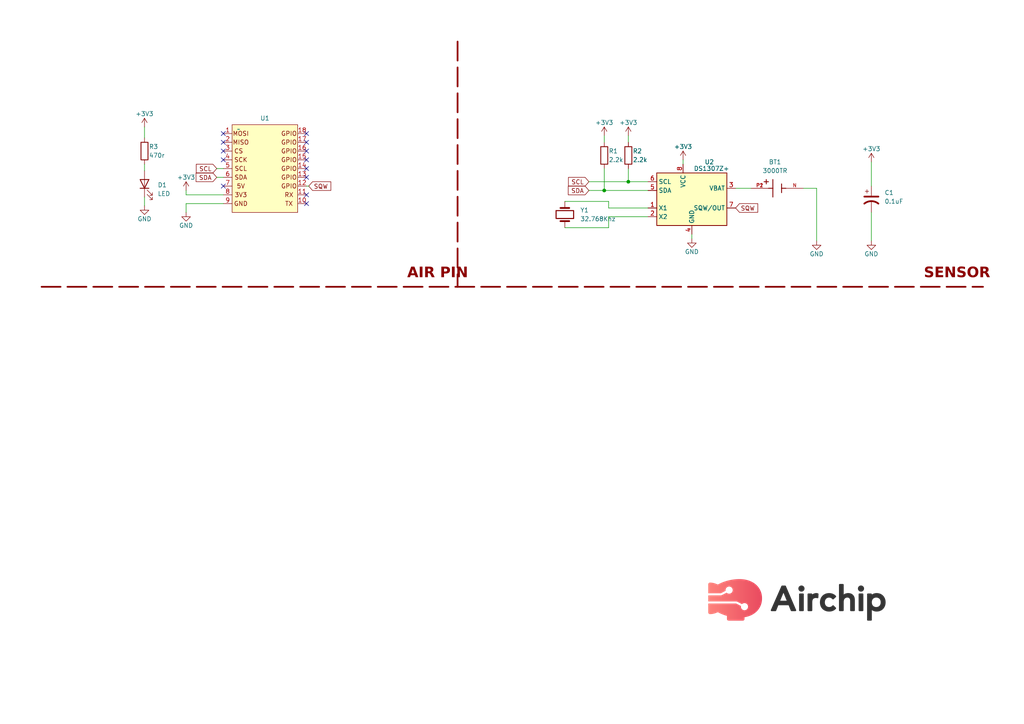
<source format=kicad_sch>
(kicad_sch (version 20230121) (generator eeschema)

  (uuid e7d03d59-2a89-47ef-aaa4-e2868f567b2f)

  (paper "A4")

  (lib_symbols
    (symbol "3000TR:3000TR" (pin_names (offset 1.016)) (in_bom yes) (on_board yes)
      (property "Reference" "BT" (at -3.81 3.81 0)
        (effects (font (size 1.27 1.27)) (justify left bottom))
      )
      (property "Value" "3000TR" (at -3.81 -5.08 0)
        (effects (font (size 1.27 1.27)) (justify left bottom))
      )
      (property "Footprint" "BAT_3000TR" (at 0 0 0)
        (effects (font (size 1.27 1.27)) (justify bottom) hide)
      )
      (property "Datasheet" "" (at 0 0 0)
        (effects (font (size 1.27 1.27)) hide)
      )
      (property "PARTREV" "M" (at 0 0 0)
        (effects (font (size 1.27 1.27)) (justify bottom) hide)
      )
      (property "MANUFACTURER" "Keystone Electronics" (at 0 0 0)
        (effects (font (size 1.27 1.27)) (justify bottom) hide)
      )
      (property "STANDARD" "Manufacturer Recommendations" (at 0 0 0)
        (effects (font (size 1.27 1.27)) (justify bottom) hide)
      )
      (property "MAXIMUM_PACKAGE_HEIGHT" "3.43mm" (at 0 0 0)
        (effects (font (size 1.27 1.27)) (justify bottom) hide)
      )
      (property "SNAPEDA_PN" "3000" (at 0 0 0)
        (effects (font (size 1.27 1.27)) (justify bottom) hide)
      )
      (symbol "3000TR_0_0"
        (polyline
          (pts
            (xy -3.81 1.905)
            (xy -2.54 1.905)
          )
          (stroke (width 0.254) (type default))
          (fill (type none))
        )
        (polyline
          (pts
            (xy -3.175 2.54)
            (xy -3.175 1.27)
          )
          (stroke (width 0.254) (type default))
          (fill (type none))
        )
        (polyline
          (pts
            (xy -1.27 0)
            (xy -2.54 0)
          )
          (stroke (width 0.254) (type default))
          (fill (type none))
        )
        (polyline
          (pts
            (xy -1.27 0)
            (xy -1.27 -2.54)
          )
          (stroke (width 0.254) (type default))
          (fill (type none))
        )
        (polyline
          (pts
            (xy -1.27 2.54)
            (xy -1.27 0)
          )
          (stroke (width 0.254) (type default))
          (fill (type none))
        )
        (polyline
          (pts
            (xy 1.27 0)
            (xy 1.27 -1.27)
          )
          (stroke (width 0.254) (type default))
          (fill (type none))
        )
        (polyline
          (pts
            (xy 1.27 0)
            (xy 2.54 0)
          )
          (stroke (width 0.254) (type default))
          (fill (type none))
        )
        (polyline
          (pts
            (xy 1.27 1.27)
            (xy 1.27 0)
          )
          (stroke (width 0.254) (type default))
          (fill (type none))
        )
        (pin passive line (at 7.62 0 180) (length 5.08)
          (name "~" (effects (font (size 1.016 1.016))))
          (number "N" (effects (font (size 1.016 1.016))))
        )
        (pin passive line (at -7.62 0 0) (length 5.08)
          (name "~" (effects (font (size 1.016 1.016))))
          (number "P1" (effects (font (size 1.016 1.016))))
        )
        (pin passive line (at -7.62 0 0) (length 5.08)
          (name "~" (effects (font (size 1.016 1.016))))
          (number "P2" (effects (font (size 1.016 1.016))))
        )
      )
    )
    (symbol "Device:C_Polarized_US" (pin_numbers hide) (pin_names (offset 0.254) hide) (in_bom yes) (on_board yes)
      (property "Reference" "C" (at 0.635 2.54 0)
        (effects (font (size 1.27 1.27)) (justify left))
      )
      (property "Value" "C_Polarized_US" (at 0.635 -2.54 0)
        (effects (font (size 1.27 1.27)) (justify left))
      )
      (property "Footprint" "" (at 0 0 0)
        (effects (font (size 1.27 1.27)) hide)
      )
      (property "Datasheet" "~" (at 0 0 0)
        (effects (font (size 1.27 1.27)) hide)
      )
      (property "ki_keywords" "cap capacitor" (at 0 0 0)
        (effects (font (size 1.27 1.27)) hide)
      )
      (property "ki_description" "Polarized capacitor, US symbol" (at 0 0 0)
        (effects (font (size 1.27 1.27)) hide)
      )
      (property "ki_fp_filters" "CP_*" (at 0 0 0)
        (effects (font (size 1.27 1.27)) hide)
      )
      (symbol "C_Polarized_US_0_1"
        (polyline
          (pts
            (xy -2.032 0.762)
            (xy 2.032 0.762)
          )
          (stroke (width 0.508) (type default))
          (fill (type none))
        )
        (polyline
          (pts
            (xy -1.778 2.286)
            (xy -0.762 2.286)
          )
          (stroke (width 0) (type default))
          (fill (type none))
        )
        (polyline
          (pts
            (xy -1.27 1.778)
            (xy -1.27 2.794)
          )
          (stroke (width 0) (type default))
          (fill (type none))
        )
        (arc (start 2.032 -1.27) (mid 0 -0.5572) (end -2.032 -1.27)
          (stroke (width 0.508) (type default))
          (fill (type none))
        )
      )
      (symbol "C_Polarized_US_1_1"
        (pin passive line (at 0 3.81 270) (length 2.794)
          (name "~" (effects (font (size 1.27 1.27))))
          (number "1" (effects (font (size 1.27 1.27))))
        )
        (pin passive line (at 0 -3.81 90) (length 3.302)
          (name "~" (effects (font (size 1.27 1.27))))
          (number "2" (effects (font (size 1.27 1.27))))
        )
      )
    )
    (symbol "Device:Crystal" (pin_numbers hide) (pin_names (offset 1.016) hide) (in_bom yes) (on_board yes)
      (property "Reference" "Y" (at 0 3.81 0)
        (effects (font (size 1.27 1.27)))
      )
      (property "Value" "Crystal" (at 0 -3.81 0)
        (effects (font (size 1.27 1.27)))
      )
      (property "Footprint" "" (at 0 0 0)
        (effects (font (size 1.27 1.27)) hide)
      )
      (property "Datasheet" "~" (at 0 0 0)
        (effects (font (size 1.27 1.27)) hide)
      )
      (property "ki_keywords" "quartz ceramic resonator oscillator" (at 0 0 0)
        (effects (font (size 1.27 1.27)) hide)
      )
      (property "ki_description" "Two pin crystal" (at 0 0 0)
        (effects (font (size 1.27 1.27)) hide)
      )
      (property "ki_fp_filters" "Crystal*" (at 0 0 0)
        (effects (font (size 1.27 1.27)) hide)
      )
      (symbol "Crystal_0_1"
        (rectangle (start -1.143 2.54) (end 1.143 -2.54)
          (stroke (width 0.3048) (type default))
          (fill (type none))
        )
        (polyline
          (pts
            (xy -2.54 0)
            (xy -1.905 0)
          )
          (stroke (width 0) (type default))
          (fill (type none))
        )
        (polyline
          (pts
            (xy -1.905 -1.27)
            (xy -1.905 1.27)
          )
          (stroke (width 0.508) (type default))
          (fill (type none))
        )
        (polyline
          (pts
            (xy 1.905 -1.27)
            (xy 1.905 1.27)
          )
          (stroke (width 0.508) (type default))
          (fill (type none))
        )
        (polyline
          (pts
            (xy 2.54 0)
            (xy 1.905 0)
          )
          (stroke (width 0) (type default))
          (fill (type none))
        )
      )
      (symbol "Crystal_1_1"
        (pin passive line (at -3.81 0 0) (length 1.27)
          (name "1" (effects (font (size 1.27 1.27))))
          (number "1" (effects (font (size 1.27 1.27))))
        )
        (pin passive line (at 3.81 0 180) (length 1.27)
          (name "2" (effects (font (size 1.27 1.27))))
          (number "2" (effects (font (size 1.27 1.27))))
        )
      )
    )
    (symbol "Device:LED" (pin_numbers hide) (pin_names (offset 1.016) hide) (in_bom yes) (on_board yes)
      (property "Reference" "D" (at 0 2.54 0)
        (effects (font (size 1.27 1.27)))
      )
      (property "Value" "LED" (at 0 -2.54 0)
        (effects (font (size 1.27 1.27)))
      )
      (property "Footprint" "" (at 0 0 0)
        (effects (font (size 1.27 1.27)) hide)
      )
      (property "Datasheet" "~" (at 0 0 0)
        (effects (font (size 1.27 1.27)) hide)
      )
      (property "ki_keywords" "LED diode" (at 0 0 0)
        (effects (font (size 1.27 1.27)) hide)
      )
      (property "ki_description" "Light emitting diode" (at 0 0 0)
        (effects (font (size 1.27 1.27)) hide)
      )
      (property "ki_fp_filters" "LED* LED_SMD:* LED_THT:*" (at 0 0 0)
        (effects (font (size 1.27 1.27)) hide)
      )
      (symbol "LED_0_1"
        (polyline
          (pts
            (xy -1.27 -1.27)
            (xy -1.27 1.27)
          )
          (stroke (width 0.254) (type default))
          (fill (type none))
        )
        (polyline
          (pts
            (xy -1.27 0)
            (xy 1.27 0)
          )
          (stroke (width 0) (type default))
          (fill (type none))
        )
        (polyline
          (pts
            (xy 1.27 -1.27)
            (xy 1.27 1.27)
            (xy -1.27 0)
            (xy 1.27 -1.27)
          )
          (stroke (width 0.254) (type default))
          (fill (type none))
        )
        (polyline
          (pts
            (xy -3.048 -0.762)
            (xy -4.572 -2.286)
            (xy -3.81 -2.286)
            (xy -4.572 -2.286)
            (xy -4.572 -1.524)
          )
          (stroke (width 0) (type default))
          (fill (type none))
        )
        (polyline
          (pts
            (xy -1.778 -0.762)
            (xy -3.302 -2.286)
            (xy -2.54 -2.286)
            (xy -3.302 -2.286)
            (xy -3.302 -1.524)
          )
          (stroke (width 0) (type default))
          (fill (type none))
        )
      )
      (symbol "LED_1_1"
        (pin passive line (at -3.81 0 0) (length 2.54)
          (name "K" (effects (font (size 1.27 1.27))))
          (number "1" (effects (font (size 1.27 1.27))))
        )
        (pin passive line (at 3.81 0 180) (length 2.54)
          (name "A" (effects (font (size 1.27 1.27))))
          (number "2" (effects (font (size 1.27 1.27))))
        )
      )
    )
    (symbol "Device:R" (pin_numbers hide) (pin_names (offset 0)) (in_bom yes) (on_board yes)
      (property "Reference" "R" (at 2.032 0 90)
        (effects (font (size 1.27 1.27)))
      )
      (property "Value" "R" (at 0 0 90)
        (effects (font (size 1.27 1.27)))
      )
      (property "Footprint" "" (at -1.778 0 90)
        (effects (font (size 1.27 1.27)) hide)
      )
      (property "Datasheet" "~" (at 0 0 0)
        (effects (font (size 1.27 1.27)) hide)
      )
      (property "ki_keywords" "R res resistor" (at 0 0 0)
        (effects (font (size 1.27 1.27)) hide)
      )
      (property "ki_description" "Resistor" (at 0 0 0)
        (effects (font (size 1.27 1.27)) hide)
      )
      (property "ki_fp_filters" "R_*" (at 0 0 0)
        (effects (font (size 1.27 1.27)) hide)
      )
      (symbol "R_0_1"
        (rectangle (start -1.016 -2.54) (end 1.016 2.54)
          (stroke (width 0.254) (type default))
          (fill (type none))
        )
      )
      (symbol "R_1_1"
        (pin passive line (at 0 3.81 270) (length 1.27)
          (name "~" (effects (font (size 1.27 1.27))))
          (number "1" (effects (font (size 1.27 1.27))))
        )
        (pin passive line (at 0 -3.81 90) (length 1.27)
          (name "~" (effects (font (size 1.27 1.27))))
          (number "2" (effects (font (size 1.27 1.27))))
        )
      )
    )
    (symbol "Timer_RTC:DS1307Z+" (in_bom yes) (on_board yes)
      (property "Reference" "U3" (at 16.51 3.6479 0)
        (effects (font (size 1.27 1.27)))
      )
      (property "Value" "DS1307Z+" (at 16.51 1.1079 0)
        (effects (font (size 1.27 1.27)))
      )
      (property "Footprint" "Package_SO:SOIC-8_3.9x4.9mm_P1.27mm" (at 0 -12.7 0)
        (effects (font (size 1.27 1.27)) hide)
      )
      (property "Datasheet" "https://datasheets.maximintegrated.com/en/ds/DS1307.pdf" (at 1.27 -7.62 0)
        (effects (font (size 1.27 1.27)) hide)
      )
      (property "ki_keywords" "RTC, I2C Timekeeping Chip" (at 0 0 0)
        (effects (font (size 1.27 1.27)) hide)
      )
      (property "ki_description" "64 x 8, Serial, I2C Real-time clock, 4.5V to 5.5V VCC, 0°C to +70°C, SOIC-8" (at 0 0 0)
        (effects (font (size 1.27 1.27)) hide)
      )
      (property "ki_fp_filters" "SOIC*3.9x4.9mm?P1.27mm*" (at 0 0 0)
        (effects (font (size 1.27 1.27)) hide)
      )
      (symbol "DS1307Z+_0_1"
        (rectangle (start -10.16 7.62) (end 10.16 -7.62)
          (stroke (width 0.254) (type default))
          (fill (type background))
        )
      )
      (symbol "DS1307Z+_1_1"
        (pin input line (at -12.7 -2.54 0) (length 2.54)
          (name "X1" (effects (font (size 1.27 1.27))))
          (number "1" (effects (font (size 1.27 1.27))))
        )
        (pin input line (at -12.7 -5.08 0) (length 2.54)
          (name "X2" (effects (font (size 1.27 1.27))))
          (number "2" (effects (font (size 1.27 1.27))))
        )
        (pin power_in line (at 12.7 3.175 180) (length 2.54)
          (name "VBAT" (effects (font (size 1.27 1.27))))
          (number "3" (effects (font (size 1.27 1.27))))
        )
        (pin power_in line (at 0 -10.16 90) (length 2.54)
          (name "GND" (effects (font (size 1.27 1.27))))
          (number "4" (effects (font (size 1.27 1.27))))
        )
        (pin bidirectional line (at -12.7 2.54 0) (length 2.54)
          (name "SDA" (effects (font (size 1.27 1.27))))
          (number "5" (effects (font (size 1.27 1.27))))
        )
        (pin input line (at -12.7 5.08 0) (length 2.54)
          (name "SCL" (effects (font (size 1.27 1.27))))
          (number "6" (effects (font (size 1.27 1.27))))
        )
        (pin open_collector line (at 12.7 -2.54 180) (length 2.54)
          (name "SQW/OUT" (effects (font (size 1.27 1.27))))
          (number "7" (effects (font (size 1.27 1.27))))
        )
        (pin power_in line (at -2.54 10.16 270) (length 2.54)
          (name "VCC" (effects (font (size 1.27 1.27))))
          (number "8" (effects (font (size 1.27 1.27))))
        )
      )
    )
    (symbol "moduler_pin:air" (in_bom yes) (on_board yes)
      (property "Reference" "U" (at 7.62 2.54 0)
        (effects (font (size 1.27 1.27)))
      )
      (property "Value" "" (at 0 0 0)
        (effects (font (size 1.27 1.27)))
      )
      (property "Footprint" "" (at 0 0 0)
        (effects (font (size 1.27 1.27)) hide)
      )
      (property "Datasheet" "" (at 0 0 0)
        (effects (font (size 1.27 1.27)) hide)
      )
      (symbol "air_1_1"
        (rectangle (start -1.905 1.27) (end 17.145 -24.13)
          (stroke (width 0) (type default))
          (fill (type background))
        )
        (text "3V3" (at 0.635 -19.05 0)
          (effects (font (size 1.27 1.27)))
        )
        (text "5V" (at 0.635 -16.51 0)
          (effects (font (size 1.27 1.27)))
        )
        (text "CS" (at 0 -6.35 0)
          (effects (font (size 1.27 1.27)))
        )
        (text "GND" (at 0.635 -21.59 0)
          (effects (font (size 1.27 1.27)))
        )
        (text "GPIO" (at 14.605 -16.51 0)
          (effects (font (size 1.27 1.27)))
        )
        (text "GPIO" (at 14.605 -13.97 0)
          (effects (font (size 1.27 1.27)))
        )
        (text "GPIO" (at 14.605 -11.43 0)
          (effects (font (size 1.27 1.27)))
        )
        (text "GPIO" (at 14.605 -8.89 0)
          (effects (font (size 1.27 1.27)))
        )
        (text "GPIO" (at 14.605 -6.35 0)
          (effects (font (size 1.27 1.27)))
        )
        (text "GPIO" (at 14.605 -3.81 0)
          (effects (font (size 1.27 1.27)))
        )
        (text "GPIO" (at 14.605 -1.27 0)
          (effects (font (size 1.27 1.27)))
        )
        (text "MISO" (at 0.635 -3.81 0)
          (effects (font (size 1.27 1.27)))
        )
        (text "MOSI" (at 0.635 -1.27 0)
          (effects (font (size 1.27 1.27)))
        )
        (text "RX" (at 14.605 -19.05 0)
          (effects (font (size 1.27 1.27)))
        )
        (text "SCK" (at 0.635 -8.89 0)
          (effects (font (size 1.27 1.27)))
        )
        (text "SCL" (at 0.635 -11.43 0)
          (effects (font (size 1.27 1.27)))
        )
        (text "SDA" (at 0.635 -13.97 0)
          (effects (font (size 1.27 1.27)))
        )
        (text "TX" (at 14.605 -21.59 0)
          (effects (font (size 1.27 1.27)))
        )
        (pin input line (at -4.445 -1.27 0) (length 2.54)
          (name "" (effects (font (size 1.27 1.27))))
          (number "1" (effects (font (size 1.27 1.27))))
        )
        (pin input line (at 19.685 -21.59 180) (length 2.54)
          (name "" (effects (font (size 1.27 1.27))))
          (number "10" (effects (font (size 1.27 1.27))))
        )
        (pin input line (at 19.685 -19.05 180) (length 2.54)
          (name "" (effects (font (size 1.27 1.27))))
          (number "11" (effects (font (size 1.27 1.27))))
        )
        (pin input line (at 19.685 -16.51 180) (length 2.54)
          (name "" (effects (font (size 1.27 1.27))))
          (number "12" (effects (font (size 1.27 1.27))))
        )
        (pin input line (at 19.685 -13.97 180) (length 2.54)
          (name "" (effects (font (size 1.27 1.27))))
          (number "13" (effects (font (size 1.27 1.27))))
        )
        (pin input line (at 19.685 -11.43 180) (length 2.54)
          (name "" (effects (font (size 1.27 1.27))))
          (number "14" (effects (font (size 1.27 1.27))))
        )
        (pin input line (at 19.685 -8.89 180) (length 2.54)
          (name "" (effects (font (size 1.27 1.27))))
          (number "15" (effects (font (size 1.27 1.27))))
        )
        (pin input line (at 19.685 -6.35 180) (length 2.54)
          (name "" (effects (font (size 1.27 1.27))))
          (number "16" (effects (font (size 1.27 1.27))))
        )
        (pin input line (at 19.685 -3.81 180) (length 2.54)
          (name "" (effects (font (size 1.27 1.27))))
          (number "17" (effects (font (size 1.27 1.27))))
        )
        (pin input line (at 19.685 -1.27 180) (length 2.54)
          (name "" (effects (font (size 1.27 1.27))))
          (number "18" (effects (font (size 1.27 1.27))))
        )
        (pin input line (at -4.445 -3.81 0) (length 2.54)
          (name "" (effects (font (size 1.27 1.27))))
          (number "2" (effects (font (size 1.27 1.27))))
        )
        (pin input line (at -4.445 -6.35 0) (length 2.54)
          (name "" (effects (font (size 1.27 1.27))))
          (number "3" (effects (font (size 1.27 1.27))))
        )
        (pin input line (at -4.445 -8.89 0) (length 2.54)
          (name "" (effects (font (size 1.27 1.27))))
          (number "4" (effects (font (size 1.27 1.27))))
        )
        (pin input line (at -4.445 -11.43 0) (length 2.54)
          (name "" (effects (font (size 1.27 1.27))))
          (number "5" (effects (font (size 1.27 1.27))))
        )
        (pin input line (at -4.445 -13.97 0) (length 2.54)
          (name "" (effects (font (size 1.27 1.27))))
          (number "6" (effects (font (size 1.27 1.27))))
        )
        (pin input line (at -4.445 -16.51 0) (length 2.54)
          (name "" (effects (font (size 1.27 1.27))))
          (number "7" (effects (font (size 1.27 1.27))))
        )
        (pin input line (at -4.445 -19.05 0) (length 2.54)
          (name "" (effects (font (size 1.27 1.27))))
          (number "8" (effects (font (size 1.27 1.27))))
        )
        (pin input line (at -4.445 -21.59 0) (length 2.54)
          (name "" (effects (font (size 1.27 1.27))))
          (number "9" (effects (font (size 1.27 1.27))))
        )
      )
    )
    (symbol "power:+3V3" (power) (pin_names (offset 0)) (in_bom yes) (on_board yes)
      (property "Reference" "#PWR" (at 0 -3.81 0)
        (effects (font (size 1.27 1.27)) hide)
      )
      (property "Value" "+3V3" (at 0 3.556 0)
        (effects (font (size 1.27 1.27)))
      )
      (property "Footprint" "" (at 0 0 0)
        (effects (font (size 1.27 1.27)) hide)
      )
      (property "Datasheet" "" (at 0 0 0)
        (effects (font (size 1.27 1.27)) hide)
      )
      (property "ki_keywords" "global power" (at 0 0 0)
        (effects (font (size 1.27 1.27)) hide)
      )
      (property "ki_description" "Power symbol creates a global label with name \"+3V3\"" (at 0 0 0)
        (effects (font (size 1.27 1.27)) hide)
      )
      (symbol "+3V3_0_1"
        (polyline
          (pts
            (xy -0.762 1.27)
            (xy 0 2.54)
          )
          (stroke (width 0) (type default))
          (fill (type none))
        )
        (polyline
          (pts
            (xy 0 0)
            (xy 0 2.54)
          )
          (stroke (width 0) (type default))
          (fill (type none))
        )
        (polyline
          (pts
            (xy 0 2.54)
            (xy 0.762 1.27)
          )
          (stroke (width 0) (type default))
          (fill (type none))
        )
      )
      (symbol "+3V3_1_1"
        (pin power_in line (at 0 0 90) (length 0) hide
          (name "+3V3" (effects (font (size 1.27 1.27))))
          (number "1" (effects (font (size 1.27 1.27))))
        )
      )
    )
    (symbol "power:GND" (power) (pin_names (offset 0)) (in_bom yes) (on_board yes)
      (property "Reference" "#PWR" (at 0 -6.35 0)
        (effects (font (size 1.27 1.27)) hide)
      )
      (property "Value" "GND" (at 0 -3.81 0)
        (effects (font (size 1.27 1.27)))
      )
      (property "Footprint" "" (at 0 0 0)
        (effects (font (size 1.27 1.27)) hide)
      )
      (property "Datasheet" "" (at 0 0 0)
        (effects (font (size 1.27 1.27)) hide)
      )
      (property "ki_keywords" "power-flag" (at 0 0 0)
        (effects (font (size 1.27 1.27)) hide)
      )
      (property "ki_description" "Power symbol creates a global label with name \"GND\" , ground" (at 0 0 0)
        (effects (font (size 1.27 1.27)) hide)
      )
      (symbol "GND_0_1"
        (polyline
          (pts
            (xy 0 0)
            (xy 0 -1.27)
            (xy 1.27 -1.27)
            (xy 0 -2.54)
            (xy -1.27 -1.27)
            (xy 0 -1.27)
          )
          (stroke (width 0) (type default))
          (fill (type none))
        )
      )
      (symbol "GND_1_1"
        (pin power_in line (at 0 0 270) (length 0) hide
          (name "GND" (effects (font (size 1.27 1.27))))
          (number "1" (effects (font (size 1.27 1.27))))
        )
      )
    )
  )

  (junction (at 182.245 52.705) (diameter 0) (color 0 0 0 0)
    (uuid 44fe027d-3e44-4802-a6d8-601b7a56392c)
  )
  (junction (at 175.26 55.245) (diameter 0) (color 0 0 0 0)
    (uuid af1ef724-8008-492a-a7f5-39947fb13a58)
  )

  (no_connect (at 64.77 43.815) (uuid 0123f662-9220-4be6-a7c9-46ecaf2408bb))
  (no_connect (at 88.9 56.515) (uuid 14a46752-5548-4200-a087-42cebb0ba68e))
  (no_connect (at 88.9 38.735) (uuid 201507ce-60b1-4c63-ac6f-c43bf13e9b05))
  (no_connect (at 64.77 38.735) (uuid 365f35b0-ff13-47bb-bbdb-7b321134cd9e))
  (no_connect (at 88.9 51.435) (uuid 379a6938-671d-4ad2-a516-b7b649bd6439))
  (no_connect (at 88.9 59.055) (uuid 4e2ca0d2-d7f9-4683-8090-d48305a51973))
  (no_connect (at 88.9 43.815) (uuid 4e5038fd-2658-4c1e-8314-3b3ec2a19c3d))
  (no_connect (at 64.77 46.355) (uuid 7ebc8d05-016e-4f06-bbe4-6b32d7f36e8c))
  (no_connect (at 88.9 48.895) (uuid 8b846fc4-c8f9-48cb-8931-c7e6bd9593c1))
  (no_connect (at 88.9 41.275) (uuid 9f6da630-8903-4a70-9b22-39b3391062e6))
  (no_connect (at 88.9 46.355) (uuid b02f28d0-8ee1-46a4-b79c-b5f079b782b2))
  (no_connect (at 64.77 53.975) (uuid c79c6686-419c-4795-bea7-9cf230b132e4))
  (no_connect (at 64.77 41.275) (uuid fbd40fec-f328-4fb8-a6ee-fea31cac051f))

  (polyline (pts (xy 12.065 83.185) (xy 285.115 83.185))
    (stroke (width 0.5) (type dash) (color 132 0 0 1))
    (uuid 0e06416d-72d7-4af7-8fd7-2362d9b2b220)
  )

  (wire (pts (xy 252.73 46.99) (xy 252.73 53.975))
    (stroke (width 0) (type default))
    (uuid 10bdf9f3-b300-49ed-b062-bf628fd2892a)
  )
  (wire (pts (xy 213.36 54.61) (xy 217.805 54.61))
    (stroke (width 0) (type default))
    (uuid 1acd68ad-6711-43ad-a9a1-8b8ba564e76b)
  )
  (wire (pts (xy 236.855 54.61) (xy 236.855 69.85))
    (stroke (width 0) (type default))
    (uuid 20a79ab5-dcc9-4a0c-83eb-83c0527d7d07)
  )
  (wire (pts (xy 175.26 39.37) (xy 175.26 41.275))
    (stroke (width 0) (type default))
    (uuid 39d650fa-b19f-41a4-8678-b70baaab2cd4)
  )
  (wire (pts (xy 187.96 60.325) (xy 176.53 60.325))
    (stroke (width 0) (type default))
    (uuid 3a0568d0-d979-445b-80ba-1dd02cd52113)
  )
  (wire (pts (xy 53.975 56.515) (xy 64.77 56.515))
    (stroke (width 0) (type default))
    (uuid 42d517f1-f9bc-45f4-9252-9d6528c79b7b)
  )
  (wire (pts (xy 176.53 62.865) (xy 187.96 62.865))
    (stroke (width 0) (type default))
    (uuid 43ed9d43-04bb-443d-a0f9-4c619c1d8d70)
  )
  (wire (pts (xy 89.535 53.975) (xy 88.9 53.975))
    (stroke (width 0) (type default))
    (uuid 4467afca-c160-4f7e-9e17-76d51f36aee0)
  )
  (wire (pts (xy 53.975 59.055) (xy 64.77 59.055))
    (stroke (width 0) (type default))
    (uuid 4a0de37e-d1dd-4d5a-9e29-2e2b19e2e8ad)
  )
  (wire (pts (xy 53.975 61.595) (xy 53.975 59.055))
    (stroke (width 0) (type default))
    (uuid 57a02a1e-0667-4b22-bc19-c21d3650316d)
  )
  (wire (pts (xy 41.91 59.69) (xy 41.91 57.15))
    (stroke (width 0) (type default))
    (uuid 66d5471e-c6df-4afc-98da-4d0a294c1019)
  )
  (wire (pts (xy 62.865 48.895) (xy 64.77 48.895))
    (stroke (width 0) (type default))
    (uuid 6f60485b-5429-42eb-bae6-21052e838c41)
  )
  (wire (pts (xy 170.815 55.245) (xy 175.26 55.245))
    (stroke (width 0) (type default))
    (uuid 703d15d4-71eb-4064-a446-b15c2935692e)
  )
  (wire (pts (xy 233.045 54.61) (xy 236.855 54.61))
    (stroke (width 0) (type default))
    (uuid 73acf139-3591-4c86-9cc5-5e4066426976)
  )
  (polyline (pts (xy 132.715 12.065) (xy 132.715 83.185))
    (stroke (width 0.5) (type dash) (color 132 0 0 1))
    (uuid 741891ba-2369-4bee-887d-8c4d42e0808f)
  )

  (wire (pts (xy 182.245 52.705) (xy 187.96 52.705))
    (stroke (width 0) (type default))
    (uuid 8ab83133-7108-4e26-a1fb-b3dc7d03cb9f)
  )
  (wire (pts (xy 175.26 48.895) (xy 175.26 55.245))
    (stroke (width 0) (type default))
    (uuid 8b38c9a4-aece-4167-9a11-33e88c030920)
  )
  (wire (pts (xy 198.12 46.355) (xy 198.12 47.625))
    (stroke (width 0) (type default))
    (uuid 9d74dd73-e36c-45ae-a598-5d70e867e291)
  )
  (wire (pts (xy 176.53 66.04) (xy 176.53 62.865))
    (stroke (width 0) (type default))
    (uuid a030909f-1c1b-478e-b1f2-9777863d7a25)
  )
  (wire (pts (xy 252.73 69.85) (xy 252.73 61.595))
    (stroke (width 0) (type default))
    (uuid b45e2a0b-1c02-4802-859e-5f261ee18828)
  )
  (wire (pts (xy 182.245 39.37) (xy 182.245 41.275))
    (stroke (width 0) (type default))
    (uuid b66d8404-8f49-4e28-b816-be34553c20cb)
  )
  (wire (pts (xy 41.91 47.625) (xy 41.91 49.53))
    (stroke (width 0) (type default))
    (uuid bc8e6a65-00b5-4128-b4dd-c72bfa1815b6)
  )
  (wire (pts (xy 176.53 58.42) (xy 163.83 58.42))
    (stroke (width 0) (type default))
    (uuid c19b56f9-2d78-4584-9be1-f82d8eb2a3b2)
  )
  (wire (pts (xy 176.53 60.325) (xy 176.53 58.42))
    (stroke (width 0) (type default))
    (uuid c341002f-c334-436c-8474-15a5bd827323)
  )
  (wire (pts (xy 170.815 52.705) (xy 182.245 52.705))
    (stroke (width 0) (type default))
    (uuid cf07dfe6-bf24-47e0-a070-a8e25d6dd9e5)
  )
  (wire (pts (xy 53.975 55.245) (xy 53.975 56.515))
    (stroke (width 0) (type default))
    (uuid cf0d28db-91ff-4c16-b939-d2729a54cfe9)
  )
  (wire (pts (xy 182.245 48.895) (xy 182.245 52.705))
    (stroke (width 0) (type default))
    (uuid d3c5fb99-1b75-437c-9c10-ecc298755e80)
  )
  (wire (pts (xy 200.66 69.215) (xy 200.66 67.945))
    (stroke (width 0) (type default))
    (uuid d893309c-3b71-4b9c-8f2a-d7cc227dc7ff)
  )
  (wire (pts (xy 41.91 36.83) (xy 41.91 40.005))
    (stroke (width 0) (type default))
    (uuid eeab73f6-b409-4a20-a9ae-864e62c7f103)
  )
  (wire (pts (xy 163.83 66.04) (xy 176.53 66.04))
    (stroke (width 0) (type default))
    (uuid f0ebc9e6-ef2c-4901-8345-99d15b502786)
  )
  (wire (pts (xy 175.26 55.245) (xy 187.96 55.245))
    (stroke (width 0) (type default))
    (uuid f236ac1c-1f55-4b91-99f9-3765a8258a47)
  )
  (wire (pts (xy 62.865 51.435) (xy 64.77 51.435))
    (stroke (width 0) (type default))
    (uuid fb8c454b-bc11-49f7-b29d-b51941963c8c)
  )

  (image (at 231.14 173.99) (scale 0.303838)
    (uuid 6a94827a-2e27-4f36-9a7b-d68f4ec8b522)
    (data
      iVBORw0KGgoAAAANSUhEUgAAB9AAAAHVCAYAAACpJWDwAAAABHNCSVQICAgIfAhkiAAAIABJREFU
      eJzs3XeYnGW9//F3SEKyCS0hARUVBCSKYvuiqKiAokRasKAeRUn4WSghFUTNsYAiICGNA6gQEBso
      TfEg6hFE8KjouRFsIAgiiEJCEwhJKJnfH88sKdtmdmfmnvJ+XddcuzzPPfd8dpjMzj6fpwxDkjrQ
      ox+ZPhzYnBKbA5sDW5S/dt82BbqATSkxFugqwSbl5SOBzYqZSpsAI4CNgTHFIjYFNuo3QKnXpSuB
      J8oDHgWeLsHjwBOUeILi+5XACuAx4N/l77tvD5eXPUiJh4AHgYc2P//MFZU+L5IkSZIkSZIkSZ1s
      WO4AklQLj3706E2BZ1NiIvAcYCKw5Tpft4TS+PL3W1GU4X0V2esrrfel95UDLKp+TGn9YZXM2ff8
      TwIPQel+4F5gObAMuJcS3cvuA+4G7tv862c9XeWjSZIkSZIkSZIktQULdElN7bGPHb0J8FxKbAPP
      3J4LbFOCZwFbU3wdDQxQNA+t7G7hAr3vhT0XPV0qCvV/lG/3UBTrdwJ3UOLOLb5x1oNVppEkSZIk
      SZIkSWoJFuiSsnnsYzOGUZTf2wLbQWnb8vfdt+fRfar0SntqC/R+xleWtYKn8BHgb8CdULoduLV8
      u22Lb3z5H1XllCRJkiRJkiRJaiIW6JLq6rHDZ4wCdijftn/m+xI7AC+guHZ4WT/VrQV6depboPe3
      YAUlbgP+AtwC/An4I3DbFt/88lP9TS1JkiRJkiRJkpSbBbqkIVtxxIzhJXg+8CJgJ0pMAiYBO1Gc
      br2nattvC/Tq5CvQ+5rgSYpC/Q/An4GbgN9t8c0v39Pfw0mSJEmSJEmSJDWSBbqkiq04YubGFCX5
      zlDaGXgp8EJgp9K6R5IPukC2QN9wQBsV6H1ZTokbgN+VKL4Ct4/71per/YklSZIkSZIkSZKGzAJd
      Ug8rjpw5HNgReDnwUkq8FNi5vGx4MWr9frPU53/0wQK9ogEdUKD39vw+BKXfAL8Grgd+M+5bX3mg
      ylklSZIkSZIkSZKqZoEudbgVR84cR1GUvxx4WfnrzkDXM4MqKGMt0Ac350ADOrRA722S2yhxPfAL
      4FrglnHf/opHqUuSJEmSJEmSpJqyQJc6yIqjZj4LCOAVQFBiV+B5A97RAr2foRbo1U3Q95wDFOgb
      Lrof+F/gOopC/Xfjvv2Vp6p8ZEmSJEmSJEmSpPVYoEttasVRs7YCXg2l3Vhbmj9nvUGVFp0W6P0M
      tUCvboK+56yyQN/QI8DPgauAqyjxp3EXeIS6JEmSJEmSJEmqjgW61AYenz5rLMUR5bsBrwZeU4Jt
      i7XVldKVj7NAr8WcAw2wQB/kvCXuo7tMhx+Nu+Ar/6wylSRJkiRJkiRJ6kAW6FILenz6rB2B1wOv
      A3YHXgJstG7BWOrlux4s0C3Q27dA39BNULoCuBL41bgLvvp0FbNJkiRJkiRJkqQOYYEuNbnHp88a
      TXFUeXdh/npgYq+DLdAt0Psd39EF+roLHwZ+AlxeKnHF+Au/+nAVM0uSJEmSJEmSpDZmgS41mceP
      nrUZRUn+Jkq8CdgVGFXRnS3QLdD7HW+B3mNJiacorp3+PeD74y/86t1VPIokSZIkSZIkSWozFuhS
      Zo8fPXs88CZgTyi9AXglsBEwpNLUAn0ok/Q+xgK9t5UtX6BvKAEXAxeNv/Crt1fxiJIkSZIkSZIk
      qQ1YoEsN9viM2ZsDb6TEXsBbgJfxzL/FDdo8C/R+V1mgVzu/BXqPJf3PeQNwEXDB+Au/+vcqHl2S
      JEmSJEmSJLUoC3SpzlbOmD26BG+kKMv3ojgl+0YVFXwW6P2uskCvdn4L9B5LKp/zeuACSlww/jtf
      XVZFEkmSJEmSJEmS1EIs0KUaWzlj9jCKo8rfVr69oQSjewy0QK8ukAV6dSzQK1pYRYHePcVTwP8A
      3wC+N/47X11Z5QySJEmSJEmSJKmJWaBLNbBy5uxnUWIfisL8rcDEdddXXvRaoFcz3gK92vkt0Hss
      Gdrz+ihwMZTOG/+ds6+rciZJkiRJkiRJktSELNClQVg5c/Zw4HXAZGBf4JVV99QW6NUFskCvjgV6
      RQuHWKCvu/BW4Bzg/PHfOdtTvEuSJEmSJEmS1KIs0KUKrZw5ZyLw9uJWmgxssd4AC/Tq5rVAr2iA
      Bfog5218gd7tKeByYCnwo/HfOXtNlY8gSZIkSZIkSZIyskCX+rFy1pyXAAdS4gDgtTzzb6a6cs8C
      fXBzDrTKAr3a+S3Qeyyp1/NauIMSZwHnjv/u2Q9W+UiSJEmSJEmSJCkDC3RpHStnzRkJvAk4AJgC
      bAcMuTS0QB/cnAOtskCvdn4L9B5L6lugd69aBVwInDH+u2f/X5WPKEmSJEmSJEmSGsgCXR1v5aw5
      YyhOzX4QRXG+eY9BFugDLrRAH9ycAw2wQB/kvM1VoK/r1yVYAFy25XfPfqrKR5ckSZIkSZIkSXVm
      ga6OtHLWnPHAfsA7gcnA6H7vYIE+4EIL9MHNOdAAC/RBztu8BXr3or8Di4ClW3737EerTCFJkiRJ
      kiRJkurEAl0dY+XsOVtRFObvosSewIiK72yBPuBCC/TBzTnQAAv0Qc7b/AV6t0cocTawaMuLzv5H
      lWkkSZIkSZIkSVKNWaCrra2aPXc8lN4BHFyCvYHhQA3KSAt0C/TazDnQAAv0Qc7bOgV694IngfOB
      U7a86Oy/VplKkiRJkiRJkiTViAW62k5RmvMO4GDgLVAaAYMoePsdb4FugV6bOQcaYIE+yHlbr0Dv
      tga4CEonbXnROTdVF06SJEmSJEmSJA2VBbrawqo5c7uAAynxfoprmm+8du0GRWSP/6iABfqACy3Q
      BzfnQAMs0Ac5b+sW6Osu/D5w/JYXnfO7irJJkiRJkiRJkqQhs0BXy1o1Z+4IitOyf4DiiPOx/ZVb
      FuiVZqh0nAV6LeYcaIAF+iDnbY8CvZtFuiRJkiRJkiRJDWKBrpazas7cXYEPAe8DJq630gK9l28t
      0KufpPcxFui9rbRAb0CB3u0y4D+3vOicP/f9gJIkSZIkSZIkaSgs0NUSVs2Zuw3FkeaHAjv3OdAC
      vZdvLdCrn6T3MRbova20QG9ggV6sKPFN4DNbXnzOnX0/sCRJkiRJkiRJGgwLdDWtVXPnjqHEQRSl
      +d7ARgPeyQK9l28t0KufpPcxFui9rbRAb3CB3r3qSeAM4MQtLz7n/r4HS5IkSZIkSZKkaligq+ms
      mjs3gP8HvJ8Sm1d1Zwv0Xr61QK9+kt7HWKD3ttICPVOB3u0R4FRgwZYXn/N433eSJEmSJEmSJEmV
      sEBXU1g195hxUDqEojh/+TMralhuWaBXmqHScRbotZhzoAEW6IOct3MK9G73AMcB397y4nOq/akk
      SZIkSZIkSVKZBbqyWTX3mGHAHsBHgXdCaVSPQRbo1bFAt0Dvd7wFeo8l7VOgd7semLXlxef8ut9R
      kiRJkiRJkiSpVxboarjVxxwzHvhQqcTHgBetXVO7Iq63hRbolWaodJwFei3mHGiABfog5+3cAr3b
      tynx8S0vOeeeikZLkiRJkiRJkiTAAl0NtPqYY14LHA68B+jqWVxZoFugW6BvOMACfZDzWqBDiceA
      40uwaMIl5zxV4b0kSZIkSZIkSepoQyrQ1xz/qS1KJV4KTAK2ADZdZ/VqYOUG3z9MiVXl7x8CHgAe
      HH78F1eitrT6mGO6gPcDR7Putc3prbiyQLdAt0DfcIAF+iDntUBf93n9E3DUhEvO+XmF95QkSZIk
      SZIkqWNVXaCvOf5TOwAfBPYHXlUqVTlH70XBKuBBYBlwLyXuBu4F/gncDdwJ/G34CSc9Xm1e5bH6
      mGO2A44EPgyM622MBXoFCy3Q+11lgV7t/BboPZZ0RoHe7ZvA3AmXnLOswhkkSZIkSZIkSeo4FZff
      a46ftxuU/pOiOH9GXcqHvue8F7ijBHcAtwA3A3+mxO0jPn/Sk1UmUY2tPuaYYcCewAzgQGCj/sZb
      oFew0AK931UW6NXOb4HeY0lnFehQ7Kw2F0rnT7hkabU/vSRJkiRJkiRJbW/AAn3N8fMmAqcChzas
      fBhgzl7Kh6eAW4Eby7ffQemGEZ8/+cEq02kQVh97zCjgEErMBl5S6f0s0CtYaIHe7yoL9Grnt0Dv
      saTzCvTulVcBH51wydI7KpxNkiRJkiRJkqSO0G+Bvub4eXsAFwDPLpY0bYHe16i7gV+Xb78Cbhjx
      +ZNXDxxSlVh97DETKE7TfhSwVbWlmQV6BQst0PtdZYFe7fwW6D2WdG6BDrAS+AywcMIlS5+ucFZJ
      kiRJkiRJktpanwX6muPnTQWWst5puFuuQN/QE8ANlPg5cA3wixFfOPmx/h9NG1p97LEvgtJs4EPA
      6GdWWKBXfvdKF1qg97vKAr3a+S3Qeyzp7AK92/XAoRMuWfqXCmeWJEmSJEmSJKlt9Vqgrzlh3uGU
      OKvnmpYv0Ddc9TTwf8DVwI+BX474wsleS70Pq4899nXAJ4H9odTztWOBXvndK11ogd7vKgv0aue3
      QO+xxAK920pKfApYMuHSpWsqfARJkiRJkiRJktpOjxJ0zQnz3gV8l9K6R553a7sCfUOPAj+lKNN/
      OOILJ9/df5L2t/rYY4cBkymK8zeuXTP00swCvYKFFuj9rrJAr3Z+C/QeSyzQN1x0LTB1wqVL/1bh
      o0iSJEmSJEmS1FbWK9DXnDDvhcDvgLFZy4d8BfqG424AvleC74088eQ/VHivtrD648eOoMTBwCeA
      l/UcYYFe2WP3s8oCvbpAFujVsUCvaKEFeq+LHgOmT7h06fkVPpIkSZIkSZIkSW3jmQJ9zQnzhgO/
      BnYF8pYPzVOgr/vlDihdClw48sRTUoUztJzVHz92Y+CDwCcpsUPfIy3QK3vsflZZoFcXyAK9Ohbo
      FS20QO930XeAwydcuvThCh9RkiRJkiRJkqSWt26BfhTwX8+ssUDvpXx45rvbKIqFb4888ZSbK5yt
      qZWL88OATwHPA+pTRK473AJ94IUW6P2uskCvdn4L9B5LLNAHmvcu4JAJly69rsJHlSRJkiRJkiSp
      pQ0DWHPCvC7gb8DWz6yxQO+vQF/X74CvUZTp91c4c9N44uPHdgEfKcExdBfn3SzQ+xlvgW6BXps5
      BxpggT7IeS3Qa/m6XQN8Hvj8hEuXPl3ho0uSJEmSJEmS1JK6C/TpwOnrrbFAr7RA7/YkJS6nKNOv
      HPnFU5q6ZHiiOOL8YxRHnD+rYUXkusMt0AdeaIHe7yoL9Grnt0DvscQCvZp5r6bEByZctvTeChNI
      kiRJkiRJktRyugv03wGvWG+NBXq1Bfq6q/8BnA2cPfKLp/yrwkdriCeOO3YEJaYBn2adI84t0Kud
      1wLdAr02cw40wAJ9kPNaoNfrdXsf8N4Jly39eYUpJEmSJEmSJElqKcPWnDBvEnBLjzUW6EMp0Ls9
      BXwfOHPkF0+5usJHrYsnjjt2I+AQ4DOU2GHD9Rbo1c5rgW6BXps5BxpggT7IeS3Q6/m6XQN8Fjhx
      wmVLq30GJUmSJEmSJElqasN6PX07WKCvM24IBfq6/gAsoMS3R550yhMVJqiJJ4479h3AicCLgbxF
      5LrDLdAHXmiB3u8qC/Rq57dA77HEAr26edcf8wPgkAmXLX2kwkSSJEmSJDWliBgBvACYAIzKHKfb
      CuDelNLduYNIktRphq05Yd4FwPt6rLFAr3WB3j3mPuC/gC+PPOmU+ytMMihPHPfxNwCnQOn1G2To
      JVYvLND7GW+BboFemzkHGmCBPsh5LdAb9br9C3DQhMuW9jyTjSRJkiRJTS4i9gSmA5OBsXnT9Ole
      4BJgUUrpr7nDSJLUCYatOWHejcDLe6yxQK9Xgd5tBXAOcOrIk065p8JEFXniuI/vDJwMHNBrMAt0
      C/Rq57dA72eoBXp1E/Q9pwX64Ofsb1wDXrePAodOuGzpZZUFkyRJkiQpr4gYT7Ft9h25s1ThSeAk
      4ISU0tO5w0iS1M6GrTlh3oPAuB5rLNDrXaB3exJK5wGnjjzpS0Pag/CJ4z6+HfBp4FBgeJ8PaoFu
      gV7t/Bbo/Qy1QK9ugr7ntEAf/Jz9jWvc67b0WeDzEy47t9pnVZIkSZKkhomI5wI/A3bMnWWQvge8
      J6X0ZO4gkiS1q2FrTphX8bZ1C/S6FOjdC9cAl1Oc3v1nI0/60poKZuOJT3x8I2B3SnwY+ADrFed9
      PKgFugV6tfNboPcz1AK9ugn6ntMCffBz9jeugQU6wIXAtAmXnbuqgtkkSZIkSWqoiOgCrgd2yZ1l
      iM5KKR2ZO4QkSe3KAr2CB2pQgb6uB0rwI+CXlLgFuJPilO9PABOArYGXArsB+wDPrqrxskC3QK92
      fgv0foZaoFc3Qd9zWqAPfs7+xjW4QAe4vgQHTbzs3HsrmFGSJEmSpIaJiJOAT+TOUSN7p5Suyh1C
      kqR2ZIFewQNlKNCrL80s0PsZb4FeyfhK5+1roQX64OYcaIAF+iDntUDPWaBTgruAAyZedu7vK5hV
      kiRJkqS6i4hxwN3A2NxZauR/U0pvyB1CkqR2tFHuAJIkqe08H7hu+UGH7Z07iCRJkiRJZe+mfcpz
      gN0jYvvcISRJakcW6JIkqR42A364/KDDDskdRJIkSZIk4E25A9TBHrkDSJLUjizQJUlSvYwEvrH8
      oMPa5fpykiRJkqTWtWPuAHXwgtwBJElqRxbokiSp3k5aftBhpy8/6LBhuYNIkiRJkjpWV+4AdbBZ
      7gCSJLUjC3RJktQI0ymORh+RO4gkSZIkSZIkSX2xQJckSY3yAeDS5Qcd1o57/UuSJEmSJEmS2oAF
      uiRJaqQDgCuWH3TY5rmDSJIkSZIkSZK0IQt0SZLUaHsBP7FElyRJkiRJkiQ1Gwt0SZKUw2uwRJck
      SZIkSZIkNRkLdEmSlMtrgGuWTzlsYu4gkiRJkiRJkiSBBbokScrrFcDVluiSJEmSJEmSpGYwIncA
      SZLU8V5KUaK/ceL3z304dxhJklSZiNgaeBEwCdgR2AzYpHwDeKx8ewS4DbgVuCWldF/j00qSJKmV
      RcSmwE4Unz93AsYDmwJblIesZu1nz7uAvwC3AH9PKT3d8MCSWpoFuiRJagYvBX68fMphb5v4/XP/
      nTuMpPYSEeOA/wAmA7sA4/ImesYqig07vwC+lVJKmfNI/YqI5wBvA/YE9ga2GeQ89wA/Ba4BfpxS
      +leNIkqSJKlNRMRYYC/gLeWvLwOGDWKqRyPiWuBq4Kcppd/XLqWkdjVszQnzSr2u6XVpz4Wl3u/d
      t0rmHWDOHqsrzFrp/BuOK224YCjzVvq8VjPngOMGfn6rfQorn6SfGSr5H1nD11dpwHHVzFtd1sqf
      3+r+LfR394pet0N6fZX6/q8a/lvob1XDXrc93gtqN+dAA6p+L+h3fGVZq3sKa/fvtp9XVPXz5vwd
      NsCqfL/DBphkyK/bXt51Bvce87/A2yZ+/9zHK7y3JPUpIoYBc4BPA5tnjlOJK4DpKaU7cweRukXE
      JsA7gA9RbLwczEbL/pQoyvRvAJemlFbUeH5JkgCIiBuBl+fOUWOLU0qzcoeQaiUiNqLYWfNDwLtY
      e2ajWroZ+DrwzZTSP+owv6Q24DXQJUlSM9kd+O/lUw7ryh1EUmuLiDHAfwPzaY3yHGA/4IaI2Ct3
      ECkiJkTEicA/KDYw7k3ty3PKc761/Bj3RMQXImJCHR5HkiRJTSoiRkbEVIpTrl8FHEp9ynOAFwMn
      AXdFxIURsUudHkdSC7NAlyRJzWYv4ILlUw4bnjuIpNZUPvL8ImDf3FkGYRxweUS029FRahERsUVE
      zAfuBD5FY3dA2RyYB9wZEadGxBYD3UGSJEmtKyI2iogPA7cD5wEvbODDDwPeC/w+Ir4XES9u4GNL
      anIW6JIkqRlNAb66fMq0ehzpJqn9HUVrlufdNgEujIiNcwdR54iIYRFxKHAbMBcYmzHOWOAY4LZy
      JkmSJLWZiNgV+C1wNvC8zHGmAH+IiNPK116X1OEs0CVJUrM6DDgxdwhJrSUiNgU+lztHDbyI4n1Q
      qruIeDZwJfA1oJlOnz4B+FpEXFnOKEmSpBZXPl37F4FfA6/KnWcdw4E5wB8jYvfcYSTlZYEuSZKa
      2SeXT5k2K3cISS3l/wFb5g5RI3Mjwr/ZVFcR8RbgJmCf3Fn6MRm4KSLenDuIJEmSBi8ingtcB3yS
      orBuRtsB10bEJ8uXB5PUgdwYI0mSmt3C5VOmvTt3CEnNLyKGAzNz56ihHSmKQ6kuIuJo4CfAxNxZ
      KjAR+J+ImJ47iCRJkqoXEbsBCdgtd5YKbAR8EfhORHTlDiOp8SzQJUlSK/jG8inTXpc7hKSmN4Xi
      aIF2MiN3ALWf8vXOvwQsobW2C2wEnB4Rp3g0kCRJUuuIiAOAnwFb5c5SpYOBqyJi89xBJDVWK/2h
      LEmSOtdo4PLlB07bPncQSU1tTu4AdbBPREzKHULto1w8nwkcmzvLEHwcONMSXZIkqflFxIHAJUCr
      Hsn9OuBqS3Sps1igS5KkVjEB+OHyA6eNzx1EUvOJiF2B3XPnqBNPWa1aOgU4PHeIGjgcOCl3CEmS
      JPUtIiYDFwMjc2cZolcBP4mIsbmDSGoMC3SpuTwN3Az8ADgdmAccAUwD3gt8sPz9TOBE4Dzg58C/
      coSVpAwmARcvP3DaiNxBJDWd2bkD1NHUiNgsdwi1vvI1z1v5yPMNHec10SVJkppTRLwSuIjWL8+7
      vQa4MCKG5w4iqf7c+Czl9SjwU4oS/JfA78ecvmj1YCZ6fPqsrYAA9gD2Al4NeEpDSe1oL2ARHpEp
      qSwitgHekztHHW1CsRPl4txB1Loi4s0Uvz/bzeKI+FNK6We5g0iSJKkQEVsC36P4W6ad7E9xYNsn
      cgeRVF/D1pwwr9Trml6X9lxY6v3efatk3gHm7LG6wqyVzr/huNKGC4Yyb6XPazVzDjhu4Oe32qew
      8kn6maGS/5E1fH2VBhxXzbzVZd1g1b+BSyhxIXDNmNMXPlllmoqsOGrW1sCBUHo/Ranes0wf0uur
      1Pd/1fDfQn+rGva67fFeULs5BxpQ9XtBv+Mry1rdU1i7f7f9vKKqnzfn77ABVuX7HTbAJEN+3fby
      27L+v8M+OvHy886u8FEktbGIOIn234DxV2BSSmlN7iBqPRHxbOAmYGLuLHWyHNglpXRf7iCSpOYV
      ETcCL8+do8YWp5Rm5Q4hrSsihgE/BCbnzlJHB6aUfpA7hKT68Qh0qXFuoDgt+3fHLFn4eL0fbOwZ
      i+4DzgbOXnHUzO2BjwIfAbx2sKR2ccbyA6fdMvHy867LHURSPhExBvhY7hwNsCPFBqgf5g6ilnQu
      7VueQ/GznQfsmzuIJEmSOJr2Ls8BlkbES1JKy3MHkVQfXgNdqr9rgb3HLFkYY5Ys/FojyvMNjT1j
      8R1jz1j8CWBbYC6wrNEZJKkORgIXLztw2ja5g0jK6lBgXO4QDTIjdwC1nog4lPbfgAnw9oj4UO4Q
      kiRJnSwitgO+mDtHA0ykOFhOUpuyQJfq5xZg/64lC/cYs2ThVbnDAIw9Y/FjY89YvADYATgeWJk5
      kiQN1VbARcsOnDYydxBJjVc+NWAnnbJyn4iYlDuEWkdEbA6cmjtHA80v/8ySJEnKYxEwNneIBnlv
      RLwldwhJ9WGBLtXeKoprcO7StWThFbnD9KZcpH8O2Bm4MnMcSRqq1wHzc4eQlMW+wE65QzTY9NwB
      1FI+SXufun1DEyn+FpMkSVKDRcQewJTcORpsQXnHbkltxgJdqq3fAi/rWrLwlK4lC5/KHWYgY89c
      fOfYMxfvC0wDHsmdR5KGYMayA6e9N3cISQ03O3eADKZGxGa5Q6j5RcQEOnOHi6PLP7skSZIa67O5
      A2TwMjpvpwGpI1igS7VzKvD6riULb8sdpFpjz1z8NeBVwA2Zo0jSUCxdduC0F+UOIakxImIXoBNP
      l7cJxc6P0kBm0Dmnz1zXWDpzxwFJkqRsIuK1wF65c2QyL3cASbVngS4N3Urg3V1LFn68FY4678vY
      MxffDuwOfDN3FkkapLHAhcsOnDY6dxBJDdGJR593mx4R/i2nPkXEGIoCvVPNioiu3CEkSZI6yCdz
      B8hoV6+FLrUfN7pIQ3Mf8MauxQsvyR2kFsaeuXjV2DMXf5DOPN2OpPbwcrweutT2ImIr4P25c2S0
      IzA5dwg1tYOAzXOHyGhz4B25Q0iSJHWCiJgI7Js7R2ZTcweQVFsW6NLg3QO8oWvxwpQ7SK2NPXPx
      CcBRuXNI0iAdtezAaQflDiGpro4ERuUOkVknH12sgR2aO0AT+GDuAJIkSR3i/cCI3CEye2dEbJI7
      hKTasUCXBuce4E1dixf+NXeQehl75uIzKTZOS1IrOnfZgdOelzuEpNqLiFHAEblzNIF9ImJS7hBq
      PhGxNbB37hxN4G3ls1VIkiSpvj6QO0ATGAO8M3cISbVjgS5V735gz67FC+/IHaTexp65+Czg2Nw5
      JGkQxgFfW3bAtGG5g0iquQ8AlmKF6bkDqCm9Ff/Wh+I5eFvuEJIkSe0sIrYEds2do0n42VNqI/5R
      LVVnFTClnY8839DYMxfPB07PnUOSBuHNeIpjqR3Nyh2giUyNiM1yh1DT2St3gCayZ+4AkiRJbW4v
      wIMXCm/JHUBS7VigS9X5aNfiBb/MHSKD2cBVuUNI0iCcsuyAaS/OHUJSbUTE3sAuuXM0kU2AablD
      qOm44W4tT2UvSZJUX+68udazIuJFuUNIqg0LdKlyZ3UtXvCN3CFyGHvW4qeB91Fc+12SWsko4JvL
      Dpg2MncQSTXh0ec9TY8I/64TABExHtg2d44msm1EjMsdQpIkqY15+vb1+XxIbcINLVJl/gTMyR0i
      p7FnLb4fOAQo5c4iSVV6FTAvdwhJQxMRk4B9c+doQjsCk3OHUNPwiJeefE4kSZLqZ1LuAE1mp9wB
      JNWGBbo0sKeBD3UtXrAqd5Dcxp61+BpgSe4ckjQIn1x2wLSX5g4haUhJ6ZcxAAAgAElEQVRm4rX1
      +jIjdwA1DTdg9uRzIkmSVAcRsTWwee4cTcadN6U2YYEuDWxB1+IFN+QO0UQ+BdyVO4QkVWlj4Lxl
      B0wbnjuIpOqVT0t9aO4cTWyf8hH60va5AzShF+QOIEmS1KZ2zB2gCfl5XGoTFuhS//4FnJA7RDMZ
      e9bix4G5uXNI0iDsSodfjkNqYR8FxuQO0eSm5w6gprBp7gBNyKOiJEmS6sPPnj352VNqExboUv/m
      dS1a8FjuEM1m7FmLLwZ+kTuHJA3C8csOmOoe0lILiYiRWA5XYmpEbJY7hLLbIneAJuRGTEmSpPrY
      JHeAJuROBVKbsECX+nYr8I3cIZrYvNwBJGkQuoAzc4eQVJWDgW1yh2gBmwDTcodQdm7E7MnnRJIk
      qT78nNWTz4nUJizQpb6d2LVowVO5QzSrsWctuRa4LncOSRqEty47YOp7c4eQVLHZuQO0kOkR4d94
      nW1N7gBNyOdEkiRJjeJnT6lNuHFF6t0/gQtzh2gBp+QOIEmDtGjZAVM91bHU5CLiDcCuuXO0kB2B
      yblDKCsvP9WTz4kkSVJ9PJI7QBN6NHcASbVhgS717uyuRQueyB2iBVwJ/C13CEkahGcBJ+YOIWlA
      s3IHaEEzcgdQVm7E7MmNmJIkSfXh56ye3HlTahMW6FJPJWBp7hCtYOxZS9bgcyWpdR257ICpL88d
      QlLvIuIFwDty52hB+0TEpNwhlM2DuQM0oQdyB5AkSWpT7rzZ079zB5BUGxboUk8/61q04O7cIVqI
      p7qX1Ko2AhbnDiGpT0fj3yuDNT13AGVzR+4ATcgzZkmSJNXHrbkDNCGfE6lNuEFK6uni3AFaydiz
      ltwO/DZ3DkkapD2WHTD14NwhJK0vIjYDPpw7RwubWn4O1Xluzh2gCfmcSJIk1UFK6SFgee4cTcYC
      XWoTFuhST1fkDtCCfpg7gCQNwanL9p/alTuEpPUcBmyaO0QL2wSYljuEsrgtd4Am5EZMSZKk+vlL
      7gBN5pbcASTVhgW6tL6buxYtuCt3iBb049wBJGkItgXm5g4hqRARw4GZuXO0gekR4d97HSal9Ahu
      tFvXn1NKj+YOIUmS1Mauzx2gyfwmdwBJteEGFWl91+UO0KJ+C6zMHUKShuATy/afunXuEJIAmAJs
      lztEG9gRmJw7hLK4KneAJvKz3AEkSZLanJ+31rojpXRn7hCSasMCXVrfr3IHaEVjz1ryFF4HXVJr
      Gwt8JncISQDMyR2gjczIHUBZuBFzLXcmkCRJqq+fA0/nDtEk/BwutRELdGl9N+YO0MJuyh1Akobo
      Y8v2n/rC3CGkThYRuwK7587RRvaJiEm5Q6jhfgo8kTtEE3gCuDp3CEmSpHaWUnoMz+ra7YrcASTV
      jgW6tNYa4M+5Q7SwP+YOIElDNBw4KXcIqcPNzh2gDU3PHUCNlVL6N3B57hxN4Pvl50KSJEn19fXc
      AZrAQ8APc4eQVDsW6NJa93QtWuCRGoN3R+4AklQD71q2/9TdcoeQOlFEbAO8J3eONjQ1IjbLHUIN
      50ZMnwNJkqRGuRhYmTtEZhemlFbnDiGpdizQpbXuzh2gxd2VO4Ak1cjxuQNIHWo6MCJ3iDa0CTAt
      dwg13I+Ae3OHyOhfwI9zh5AkSeoEKaVHgYty58js3NwBJNWWBbq0VidvYKqFZbkDSFKN7LNs/6mv
      zR1C6iQRMQb4WO4cbWx6RPi3XwdJKT0JnJI7R0ZfKj8HkiRJaoxTgFLuEJn8JKX0f7lDSKotN6JI
      az2SO0Ar2+SsJQ/TuR+SJLWfk3MHkDrMocC43CHa2I7A5Nwh1HDnAA/kDpHBA8BXc4eQJEnqJCml
      PwOX5s6RyUm5A0iqPQt0aa1/5w7QBtwJQVK72GPZ/lP3zB1C6gQRMQyYlTtHB5iRO4AaK6X0GPCl
      3DkyOCWl9HjuEJIkSR3oC3TeAVbXpJSuyR1CUu1ZoEuSJPXus7kDSB1iX2Cn3CE6wD4RMSl3CDXc
      EuBvuUM00N8ofmZJkiQ1WErpRmBp7hwNVAJm5w4hqT4s0KW1xuQO0AZ8T5HUTvb0WuhSQ7jBoXGm
      5w6gxkoprQKOzJ2jgY5IKa3OHUKSJKmDfQK4P3eIBjm9vNOApDZk2SWtNTZ3gDawae4AklRjn8od
      QGpnEbEL8JbcOTrI1IjYLHcINVZK6UfAeblzNMB5KaUf5w4hSZLUyVJKDwBH5M7RALcD83KHkFQ/
      FujSWhboQ/DYETM2z51BkurggGX7T31Z7hBSG/Po88baBJiWO4SymEmxka9d/RWYkTuEJEmSIKV0
      Me29A+eTwAdSSo/lDiKpfizQpbW2yh2gxT03dwBJqpNP5g4gtaOI2Ap4f+4cHWh6RPh3YIdJKT0K
      vBN4PHeWOngceKcbMCVJkprKUcBNuUPUydyU0vW5Q0iqLzecSGttnztAi3te7gCSVCcHL9t/6ra5
      Q0ht6EhgVO4QHWhHYHLuEGq8lNLvgUOANbmz1NAaiqN//pA7iCRJktZKKa0EDgTuzZ2lxr6SUjo9
      dwhJ9WeBLq219cpZc7yG9+BZoEtqV8OBo3OHkNpJRIyiM66L16w81XWHSildBkzPnaOGjkopfS93
      CEmSJPWUUroLeDvwSO4sNXI5xZH1kjqABbq0vh1zB2hhu+QOIEl19JFl+091Jyupdj6Al8/JaZ+I
      mJQ7hPJIKZ0FfCJ3jho4NqX05dwhJEmS1LeU0o3A22j9Ev0HwMEppadzB5HUGBboUuFfFEdBeeq/
      wds1dwBJqqPNgP+XO4TURmblDqC2OgpZVUopnQIcTmuezn0NcHhKaX7uIJIkSRpY+XrhewHLcmcZ
      pIuBd6eUnsgdRFLjWKCr0z0AfBzYoWvRgi93LVrwVO5ArWjFETNGAK/MnUOS6mzWsv2nDs8dQmp1
      EbE3nrmmGUyNiM1yh1A+KaWvAAcBj+XOUoXHgCnl7JIkSWoRKaUbgNcCN+fOUqUvAe+xPJc6jwW6
      OtUK4ASK4vzUrkULVuYO1OJeAYzOHUKS6mxbYL/cIaQ24NHnzWETYFruEMorpfQDYDdaY0Pmn4HX
      pJT+O3cQSZIkVS+l9DfgNcBFubNU4FHgvSml41JKpdxhJDWeBbo6zWpgMbBd16IFn+1atODfuQO1
      if1zB5CkBjkidwCplZWvu71v7hx6xvSI8G/CDpdS+jPF5ZjOyJ2lH2cAu6aUWqHolyRJUh9SSo+l
      lN4DHEZRUjejXwCvSCl9N3cQSfm4sUSd4mlgKbBT18IFs7oWLbg/d6A2MyV3AElqkH2W7T91h9wh
      pBY2ExiWO4SesSMwOXcI5ZdSejylNB3YA/hT7jzr+CPwppTS9JSSZw2TJElqEyml84AXA5fmzrKO
      h4HpwB4ppTtyh5GUlwW6OsF3gZ27Fi74cNfCBXflDtNuVhwx43kUp3CXpE4wDDg8dwipFUXEeODQ
      3DnUw4zcAdQ8UkrXUny2Pxy4O2OUu8sZXplSui5jDkmSJNVJSumelNK7gL2AazNGWQEsBHZMKZ2R
      UlqTMYukJmGBrnb2I+BVoxcueO/ohQtuzR2mjU3NHUCSGuyw+/abOip3CKkFfRQYkzuEetinfGp9
      CYCU0lMppa8AOwDTgEb+LXVr+TG3Tyl9JaX0VAMfW5IkSRmklK5JKe1BcTakHzXwoR8Gvghsl1Ka
      k1J6oIGPLanJjcgdQKqDXwCfGr3wNI9UqLMVR8zYCPhw7hyS1GDjgYOA7+QOIrWKiBhJcSo8Nafp
      wNG5Q6i5pJSeBL4WEecDrwM+BLwX2KLGD/UwcCHwjZTSL2s8tyRJklpE+WxI10bEdsAHy7cX1vhh
      nqIo6b8OXJ5SWl3j+SW1CQt0tZMbgXmjF572w9xBOsi+wPNzh5CkDA7DAl2qxsHANrlDqE9TI2Je
      SumR3EHUfFJKJeCXwC8jYgbwGuAtFKfa3BUYW+WUjwEJuLp8+01K6YnaJZYkSVIrSyndCXwe+HxE
      vJjis+eewBuArauc7ingFuAq4BrgZymlf9cqq6T2ZYGudnAb8BngO6MXnlbKHabDHJM7gCRl8tb7
      9pv6/K2v+NpduYNILWJ27gDq1yYUp81enDuImlu56P5F+XY8QEQ8F9iJ4uigTSleT91HqT9MUZg/
      SvF3260ppX80OLYkSZJaVErpZuBm4L8AImILYFL5Np7ic+cmFF3XCtZ+9ryLojj/W/nMSpJUFQt0
      tbK7gROAr41ecJrXxmuwFUfM2JPiujSS1ImGAVMpfg9J6kdEvIHiKFU1t+kRcXpKaU3uIGot5UL8
      HxRHk0uSJEl1k1J6GLi+fJOkutkodwBpEB4A5gCTRi847RzL82xOzB1AkjI79L79pg7LHUJqAbNy
      B1BFdgQm5w4hSZIkSZKUm0egq5U8AiwAThu94LTHcofpZCuOmHkQlF6fO4ckZbY98FrgV7mDSM0q
      Il4AvCN3DlVsBvDD3CEkSZIkSZJyskBXK1gFnAGcPHrBaffnDtPpVhwxc1NgSe4cktQkPoAFutSf
      o/GsV61kn4iYlFL6S+4gkiRJkiRJubgxS83saeArwA6jF5x2jOV50/g88LzcISSpSbznvv2mjswd
      QmpGEbEZ8OHcOVS16bkDSJIkSZIk5WSBrmZUAi4AXjR6wWmHj15w2j9zB1JhxREzd6c4kkySVJgI
      7J07hNSkDgM2zR1CVZta3vlBkiRJkiSpI3kKdzWbHwCfHn3aaTflDqL1rThi5jjgW7jjjSRt6P3A
      lblDSM0kIoYDM3Pn0KBsAkwDFucOIkmSJEmSlINFmJrFz4HXjz7ttAMtz5vPiiNmbkRRnm+bO4sk
      NaED79vv0I1zh5CazBRgu9whNGjTI8K/FSVJkiRJUkfyCHTldgPwqdGnzf9x7iDq18nA23OHkKQm
      tRnwZuBHuYNITWRO7gAakh2Bt+H7miRJkiRJ6kAeVaBcbgbeDexqed7cVhw5czpwbO4cktTkDs4d
      QGoWEbErsHvuHBqyGbkDSJIkSZIk5WCBrka7m+Kaii8bfdr8S0afNr+UO9BgrZw5e1TuDPW24siZ
      HwBOz51DklrAgfftd+jw3CGkJjE7dwDVxOSIeGHuEJIkSZIkSY1mga5GuQ+YBew4av78r42aP/+p
      3IEGa+XMObFy5uwfA79bOXP2c3PnqZcVR878EPD13DkkqUVMAN6UO4SUW0RsA7wndw7VxDBgeu4Q
      kiRJkiRJjWaBrnr7N/CfFMX54lHz5z+RO9BgrZw5Z+eVM+dcDPwfxTUhXwz8fOXM2ZPyJqu9FUfO
      nAucj+8RklSNA3IHkJrAdGBE7hB19tXcARpoWkRsmjuEJEmSJElSI7X7xi3lswpYDJwyav78h3KH
      GYqVs+Y8nxInAIcAG56ed3vgVytnzn5n1+KF1zQ8XI2tOHLmSGAJcHjuLJLUgvYH5uQOIeUSEWOA
      j+XOUWd/AGYC7wK2zJylETYFpuIlfSRJkiRJUgfx6FLV2pPAmcD2o+bP/0Qrl+crZ83ZeuWsOYuB
      vwKH0rM87zYO+OnKGbOPXTlj9rCGBayxFUfO3Aa4CstzSRqsF96336FeL1id7FCKz0Xt7KyU0iqK
      M/V0iukR0bKfcSVJkiRJkqrlEeiqlaeBbwHHj5o//47cYYZi5aw5WwDHUhxdNLbCuw0HvgTstXLG
      7A93LVn4z3rlq4cVR848GDiLzjiSSpLqaX9gYe4QUqOVC9ZZuXPU2WPAN8vfn0XnnHFiJ2Af4Ee5
      g0hSpSJic+A5FDt2jQPGU/zdPgroAh4FnqK47NwT5a//BO5JKbXspedUfxHxzGsopfR07jxSq4iI
      EcBWwERgc2Cz8teR5SFblL+uBFaXv19B8f78b+Bh4IGU0v2NyixJtRIRmwFbU7zXbV7+ukl59ejy
      7Qng8fKyFRQHq64EHuy+pZRa9oDVVmSBrqF6iOIInMWj5s+/M3OWIVk5a04XRWl+HGs/tFXr7cAf
      Vs6YfSxwXteShaVa5auHFUfOfDbFBuApubNIUpuwQFen2peiaG1nX08pPQqQUvprRFwNvDlzpkaZ
      gQW6pCYTESOBXYCXAS8GJgEvBJ7P2g2Sg5n3PuBu4HbgT8BNwG9SSvcONbOaQ0SMBp63zu25wLNZ
      u8PFurdRFNtPexxgEREAJeCR8qLHWLuR+4Hy14eAfwB3AX8H7kopPVCfn0zKKyImUrwvTwJ2KN+2
      o9ihaasaPcZqih2e/gXcAdwK3Fb++qeU0up+7i5JdVHeSWgnis+kLyzfXgBsQ/E5Y0yNHqcE3M/a
      zxbdt78DfwFucWfQ2hm25oR5vRd8vS7tubBUbT1YybwDzNljdYVZK51/w3GlDRcMZd5Kn9dq5hxw
      3MDPb4WxngbuA/4Ipd9RbES7btSp81t6j9uVs+ZsDHwY+DTwrF4HVfKi67nol8DsriULfzO0hLW3
      4qiZXcBRlPhPij2e+lfBC6TU96pBzznQqmqnqHyS3sdU/GY56J+/54Cq3wv6HV9Z1uqewkH+/L2M
      7+cVVf28OX+HDbAq3++wASYZ8uu2l9+WOX+H9bty6K/bnq+dZxasBsZvfcX5j284QmpnEfFT4C25
      c9TZLimlP3b/R0S8C7g4Y55GKgGTUkq35Q4iqXNFxJbAG4E9gd0pivONGxjh78A1wNXAlSml5Q18
      bA1CRDyXYkP2hreaFHlD8DjFDhp/Lt/+WP7615TSUzmDtbuIuBF4ee4cNbY4pdTwM0FFxARgN+B1
      wKspntetG51jA08BNwO/A34D/AL4Q0ppTdZUktpKRAwHXkLx/rcbxfvfSyh2usvtaYpLEnd/vrgR
      +FVK6V9ZU7WoYWtOmNf7kbYW6Bbo6y98ctSpp66oME1LWDlrzkbAIcDnKPYG6tvQSsOLS3DimCUL
      b6wuYe2tOGrmCGAqxc+8zdBeXxbotZhzoAEW6IOc1wLdAr3flXUt0AH22fqK839S3YxS64qIXYDf
      585RZ9ellN607oLykY93k39DYaMsSSnNzB1CUueIiI0oSpn9KM50EnkTrWcN8CtgKXBBSmlV5jwd
      r1zm7Qq8pnx7NfmL8mqtAm6geG39BvhlSukfeSO1Fwv0wYuIcRQ7ML2F4ixML673Y9bII8B1wE+A
      H6aU/po5j6QWU/5M+kqK97+9KYrzQZ/tKJO7gV8D1wPXAsmdiwY2LHcAqdFWzp4zjBJTgBOBnSu6
      0xBLw/KqK4EzgCvHLFnY0DenFUfN3Br4WPn2nA2DDcgCvZ+hFujVTdD3nBbog5+zv3EW6BUurG2B
      ftrWV5x/THUzSq0rIs4FpuXOUWf/kVK6cMOFEfF54D8z5MnhUWCb7tPYS1I9RMQwiiN5Dgb+g+K0
      2s3uTuCjKaX/yR2kk0TEeOBNFBuy96LS7Tut51/AVcBPgf9JKf0zc56WZoFenYjYnuKyjwcCb6A9
      Lgd7O/B94CLg+pRStVuGJHWA8jXLJ1O8B04GxudNVHMPUpxV6ScUny/uzBunOVmgq6OsnD3nLcCJ
      lNitqjvWpkDvdhdwASW+Peb0hXU7WmvFUbM2BfaD0juBg4CRAwXrkwV6P0Mt0KuboO85LdAHP2d/
      4yzQK1xY2wL9pq2vOP8V1c0otaaI2Iris00znKqsXpYBz+vtOmIRsS3FtRc3aniqPGaklE7PHUK1
      VS4s96TYOPQqiiM2R+fMtI5VFP8Gb6DY2H1Nu23oLp+W/H0UBeALgC3zJlrPgxSnLb8a+G5K6b56
      PVBEPAc4lGKHrBfW63HqaA1weErp7NxB2llEvIpi+8a+FEeCdcrv33X9kaJM/2+K98SWvqxio1mg
      D6z8fvy+8u3VtZq3Sd0NfBs4N6V0a+4wnSQiXkjxGns98Dya52jep4EHgFuAHwOXppRW5o1UWxGx
      MbA/8HZgF4rPnj17gzxWAP+kOFL64pTSTY188IjYlOJzxgcoPps38lJBuf0R+B7FZ/4/5A7TLCzQ
      1RFWzZ6zWwm+SHGKoRqUkUMq0NddeDfFteSvAX4x5vSFd1WZ7BmPT5/VRYmg+ODxphK8Fdi4lkVc
      fwst0Ac350ADLNAHOa8FugV6vyvrXqADbLX1Fed7XUy1vYj4HPDZ3Dnq7IsppXl9rYyIH1BsgOgE
      twIvarcCs5NFxO7AfwGtsuPXjcD0lNL/5g4yVBExmuL9cxbNs8NCf1YDZwKfTinV7PJuEfFG4Gjg
      ncDwWs2bSQk4KKV0ee4g7aJ8jdE9KXbwOYiiZNFay4HLgYuBq1JKT2bO0/Qs0HsXESMoPs9+lOJI
      y07sDK4FzqYoj3rsOKvaKO+gsZDiTDOt8Dp7gOKMY19ph7+BIuJ9wJdond+nV1LsxF23Sy+UT8++
      D8VOnAfQGp/L6+12is8W30wp/TF3mJxa4U1KGrRVs+fuDKUvAlOqLnj7HV+zAn3DhQ9RXEP0NuAu
      SvwT+DfwMPBUedAmwKbARGA7YPvy15dQWnsqpV6qrKoyV5C17/+yQK94zoEGWKAPcl4LdAv0flc2
      pEA/eOsrzr+4ulml1hIRoyiOPm+164tWYw2wfUrp730NiIj9gR80LlJ2b08p/Sh3CA1dRMwG5tN6
      R3CuAeamlBblDjJY5Y3H/01xBG2ruZnifaDP98WBlDdUTqHYIP2qWgVrEvcDO6WUHsodpJVFxMuB
      D1IcAfaszHFaxUMUp6Q+L6X069xhmpUF+voiYgJwOHAkrXHJjEb4F8XOhV9OKT2YO0w7iYjXU5xR
      aELuLINwKfDBlNLjuYMMRnmHtLOAj+TOMgiPAe9LKV1Ry0kjYhvg/5Vvz6/l3G3m/4BzgQtSSg/n
      DtNoFuhqS6tmz90e+BxwCJSGwSAK3n7H161Ar3jOgR7IAn0ok/Q+xgK9t5UW6BboPVdaoAOwZOsr
      zp9Z3axSa4mIw4CluXPU2eUppSn9DSgXQX+jc/7ovjKltG/uEBqaiJgOtPrp+I9KKZ2ZO0S1ImJz
      4FfAi3NnGYLbgdemlO6v5k7lywW8F/gMrf3zD+TzKaXP5A7RasrXNJ8KfIj2Kzgb7c8UG7u/kVJa
      ljtMM7FAL0TEjsCxFP/ePNqydysoivT51f6+U0/lHaOuBTbLnWUIfkBxppk1uYNUKyLOBj6cO8cQ
      PAlMTildPdSJImJXijNAvYfmOXV9K1hFsSPJkpTS9bnDNEqr7Wku9WvV7LnPXjV77hkU1yn5IO4k
      IknKY4/cAaQGqNm1FpvYWQMNKG9A+WoDsjSLyeVrFqpFlTdgLsydowYWRcTLcocYhP+i9cvjHYBz
      qrlDROxDcS37C2j9n38gh+UO0Eoi4uURsRT4B3Aa7Vdu5rAzxRlG7omIb5XLAomI2DEivkax3fSj
      WJ73ZyxwHHBnRJxU3gFOg1A+c9l3ae3yHIrTe8/OHaJa5dO2t3J5DkXRfUFEjBvsBBHxtoj4GfBb
      ijPcWJ5XZzTwfuDXEfG/EfHu8uU/2poFutrCqjlzx62aM/dkij3hj8Q3QElSXrvct++h/oGtthUR
      ewO75M5RZ3cAP6lw7FLWXm6n3Q0DpucOoSH5EtAOGztGUvwsLSMiXg0ckjtHjUyJiD0HGhQRkyLi
      SuBHwCvqnqo5bFM+ulN9iIiNyhterwVupNjpoCtzrHY0gmJj928j4tqIOKh85hx1mIjYOiLOpCjO
      DwWGZ47USsYCnwBui4iPlU+FreocAeyUO0SNfC4itsgdolIRsTEt9nm5H1sBn6z2ThExOSJ+DfwY
      2LPWoTrU6ykuG/PXiJgZEW37Gc4PTWppq+bM3WTVnLnzKE6beRz+wSVJag4bAbvnDiHVUSccff7l
      Sk/Pl1K6F/henfM0k2kRsWnuEKpeROwEvC13jhrap8WKyiNyB6ixo/paERFjIuJk4A/A5MZFahov
      yh2gGUXEiIh4P/BHig2vb8wcqZO8EbgM+EtETO2Eo8ZUHPkbEZ8C/krxO8jyd/AmAl8GboiI1+YO
      02L6/LzQgjahuPRBq5gCPC93iBr6SPmMBgOKiNeVd9S7EtitvrE61rbAIuCOiDiqvMNGW7FAV0ta
      NWfuxqvmzJ1B8QHwC4BH+UmSms3rcweQ6iEiJgHtfg3s1RTXDq3Gl+sRpEltSnGdWrWediwyW+n9
      qJWyVmKf3o7Ei4g3A7+n2Mm9U88OZzm5jnJxPpXi6Ndv0f6n8W9mOwLnAbdExH94RHr7Kp8x6g/A
      iRSln2rj/7N332F6lmXC/7+BAFLSUBMU1gWpouDqiR1XVkUQdLGyP+UVk4DApiCQuLr2vuvaXpUk
      hJqgFNeugIqi2MB2oaCCBRSwICIliUCo+f1xT3xDSJlJ5rnPu3w/xzGHJjPzPF/S5pn7vK/r2hu4
      JCI+EhH+uq7H0NFPbbrZcTja9Hru+dkBo2wisM4bWCLi0RHxWeASvFGvLttRHVN1dUQc06Wb9HyR
      pFZZfsKcsctPmDOVanD+EWBKbpEkSWv15OwAaUBeS7WNd5d9spRy8wg/5xvAbwYR01CzIqLrfw66
      6HHZAQPQiv+miHg43fv+dRyw48ofRMSWETEPuIjqnHSJiDiEasX5Gfjnokl2Bs4Gfh4RL8uO0eiJ
      iIdGxCeArwG7Zvd01BjgWKq/Pw7o1m3v7IABaNNRZq14nTxCj13TTw7tfvRO4ErgxfUmacg/AAuA
      n0VEJ27ecICuVlh+wpwxy0+Y81Kqu9jPoFtbj0iSuunJNx70aodL6pSI2Jbq3MSuWzDSTyilrAAW
      DqClqXYDDsiO0Ig9PDtgAB6WHTBM22YHDMg4gIh4AnAZMCM3pzH+lh2QLSKeFBHfoTriZPfsHq3V
      Y4BPRcTFEfH47BhtnIg4mOra6WHZLT3xj8DFEfGOLq24HGVdPPapTa/puvja/0H/TUPD2quAtwDD
      2uJdA7UHcEFEnD+0g2FrOUBX4y0/Yc4BwI+AT+M2X5Kk9piAFwvVPUcBW2VHDNhPSynf38DPPYNq
      +/e+ODY7QCPWxRu72nJdY8vsgEGJiKOAS/Hc71Utzw7IEhFTht0bTjMAACAASURBVFa//hDYN7tH
      w/YsqrOdTxraMUMtMnTW+YnAecAjs3t6ZhPgrcA3I2K77BjV4iHZASPQxdf+f/9vGtpx40zgAuBR
      eUlai4Oodup4X0S06e/N37XlG0310PI5c562/IQ5FwNfASI5R5KkDfGU7ABptETEZsCs7I4azNvQ
      Tyyl3AJ8ahRbmu7AoXMNJfXXR6l233C1zwP1bgV6RGwSEUdTnXPu6td22gQ4Gvh1RBzpUS2t8Wjg
      B8DM7JCe2xcoEeE1AKkGQztu/AJ4VXaL1mks8B9U27o/KztmpBygq3GWz5mz9/I5c74IXEJ1B6wk
      SW21T3aANIpeDmyfHTFgS4BzNvIxRrz9e4uNoR83VUhaO89+XbPbswPqFBF7A98FTgImJudo400E
      TgG+FhE7ZcdovV4IuP1+MzwS+HZEONCTBuchq+y4MSU7RsO2C9WRFydFxPjsmOFygK7GWD5nzi7L
      58w5G/gp1Ys/SZLa7p+yA6RRdHx2QA0Wl1I2auhRSrkE+Pko9bTBtIjo4tmGkrQxerGFe0RsGhFv
      oDp272nZPRp1z6FaMfbaiPAasjQ8mwNnRsR/ZodIHfU63HGjzY4GroiIp2eHDIcvfpRu+Zy5j1w+
      Z+5JVNt8vYJuns0hSeqnx9940Kv9uqbWi4h96ceOCqO1erxPq9DHAVOzIySpYZZlBwza0MrkbwH/
      RTUwUjdtDfxf4KKI8GxtafjeGxEf8ygEadQ502y/f6TareNNEbFpdsy6+IdNaZbPmfuw5XPmvh+4
      hurOk0b/ZZEkaQOMozqTTmq747IDavDNUsovR+mxPkG/tu+d5cVBSXqATn8NiIhpwBXAM7JbVJv9
      qFaMHZwdIrXILGC+r5Ml6UE2Bd5NdYPeDtkxa+MAXbW7a+7ciXfNnft2qsH5XOAhuUWSJA2U27ir
      1YZWmL04u6MG80frgUopS4GzR+vxWmA34IDsCElqiPtLKfdkRwxCRDwkIk4HTge2ye5R7R4KnBcR
      H4oIdx2QhucYYEHTV1lKUpJnASUinpkdsiYO0FWbu+bOfejQ4Pxa4G3A+NQgSZLq8fjsAGkjzab7
      3zfcAHxhlB/zpFF+vKY7NjtAkhqik9u3R8SjgUuBadktSnc81darj8gOkVriaPr3vYEkDddkqpXo
      R2eHrK7rF8LUAHfNnfuUu+bOXQT8kWpwPiG3SJKkWu2ZHSBtqIgYDxyZ3VGDk0d7tWAp5TLgR6P5
      mA13YETsmh0hSQ3Que3bh7btLrizkv6fpwA/ioh9skOkljgyIt6eHSFJDbUZcFJELGjSLjdjswPU
      PXfNnTuG6puqlwCvAHbOLZIkKdVjsgOkjTAdGJcdMWD3AacM6LFPAp40oMdumjFU5zy+NjtEkpLd
      lR0wmiJiNvB/cRGOHmx74DsRMb2Uck52jNQCb4uIP5RSTs0OkaSGOgbYJSJeOnQ0XioH6Npod71u
      7lhgL1bwFOAZwPOotl2QJEmw640HvXrslAsW35sdIo3E0Dl9fRiGfrGU8scBPfa5wIfozw5M0yLi
      zaWUTm5fLEnDlH6xbzQMvQ74EB7RoXV7CHB2ROwJvLWUsiI7SGq4hRHxu1LKRdkhktRQzwW+GRHP
      L6X8JTNk7P3vfNOL1vieNb7cefBPrhjpy6LhPO56HvNB7x5m63Aff/WPW7H6T2zM4w7313Ukj7ne
      j1v/r+8wssZQXfjbDHg4rHgksAOwO7AL3owhSdLabEb1tfKX2SHSCB0C7JgdUYP5g3rgUsodEbGY
      /gwfxgFTgY8ld0hSpjuyAzZWRGxFdRPYC7Nb1BpvBnaIiNeUUrxxWFq7TYBPRkSUUq7LjpGkhnoi
      cElEHFBKuSYrYizwuawnlyRJ6onH4ABd7XNCdkANfg0MevXHQvozQAeYFREnugJNUo8tzw7YGBEx
      ATifaodBaSSmAg+NiH8rpdyZHSM12EOBz0bEvv5dkaS12hn4XkTsX0r5WUaA5xdJkiQN3i7ZAdJI
      RMQ+9OPC+YJBD3pLKVcC3x7kczTMbsAB2RGSlKi1W7hHxMOBC+nHawANxguB8yNiXHaI1HBPBD6c
      HSFJDTcF+EZE7JXx5A7QJUmSBm/n7ABphI7PDqjBncDimp5rYU3P0xR9WnEvSatr5RbuETEZ+Abw
      5OwWtd6/AF8f2s1A0todHREvyI6QpIZ7GElDdAfokiRJg+cAXa0REdsDh2Z31ODcUsqtNT3Xp4Gb
      anquJjgwInbNjpCkJHdlB4zU0Mrz7wCPy25RZzwZuDAitskOkRrutKEbmCRJa7dyiL5HnU/qAF2S
      JGnwHKCrTWYBY7MjajCvricqpdwNLKrr+RpgDNWfI0nqoyXZASMxtEr461RHcEij6cnAFyNiq+wQ
      qcEmAwuyIySpBR4GfC0idqjrCR2gS5IkDd6jbjzo1ZtlR0jrM3SB8+jsjhr8qJRSan7Ok4CBnrfe
      MNM8/1RST92ZHTBcQ1/3vwLsnd2izvoX4JyI2DQ7RGqwl7iVuyQNyw7ABXUdE+MAXZIkafA2pXqR
      JzXdq4FJ2RE1mF/3E5ZSfku1wq8vxgFTsyMkKcHy7IDhiIjNgS8BT81uUef9K/Ce7Aip4U50twZJ
      Gpa9gM8PvZYdKAfokiRJ9XCArkaLiDHAcdkdNbgVODfpuWsf3CebNfTnSpL6pC1buJ8KPDs7Qr0x
      NyL2zI6QGuwfgbdkR0hSS+wHLB709QYH6JIkSfVwgK6mO4h+nH96Rikla3XgecCfkp47w27AAdkR
      klSzxm/hHhFvAl6V3aFe2RSYmx0hNdxxEfEP2RGS1BL/H/Cfg3wCB+iSJEn18BthNd3x2QE1WZD1
      xKWUe4FTsp4/ybHZAZJUs0Zv4R4RhwLvzu5QL700IsZmR0gN9hDgXdkRktQi74qI5w/qwR2gS5Ik
      1WP77ABpbSJiL+A52R01uLCUcnVyw2nAfckNdTowInbNjpCkGjV2C/eI2AdYnN2h3hoP+JpAWrfD
      I2Lv7AhJaolNgLMjYpdBPbgkSZIG75HZAdI6uPq8JqWU31Nt5d4XY4BZ2RGSVKNGrkCPiEnAp6hW
      OEpZJmcHSA03BnhrdoQktchE4PMRseVoP7ADdEmSpHo4QFcjRcRk4JXZHTX4A/Cl7IghC7MDajYt
      IsZlR0hSTRo3QI+IMcCZwI7JKdIW2QFSC7wkIh6THSFJLfJY4EOj/aAO0CVJkurxsOwAaS1m0I+L
      mSeXUpqydfpXgd9lR9RoHDA1O0KSanJbdsAavB54QXaEBNyYHSC1wBiqf7clScN3TEQcMpoP6ABd
      kiSpHm5XqMaJiC2Af8/uqME9wCnZESuVUu4HTs7uqNmsoRWQktR1jVqBHhHPAN6d3SEBfwOuzI6Q
      WuKwiNghO0KSWub0iNh+tB7MAbokSVI9Jt540Ks3y46QVnMY/bi543OllD9nR6zmdKrBfl/sBhyQ
      HSFJNWjMAD0itgEWA5tmt0jAF0opfXrtI22MscBR2RGS1DLbAotG6+Z9B+iSJEn1mZAdIK3muOyA
      mizIDlhdKeUvwGezO2p2bHaAJNWgSVu4vx/YOTtCAlYAH8yOkFrmNRHhTfiSNDLPBaaPxgM5QJck
      SarP+OwAaaWIeC6wV3ZHDa4spVycHbEWJ2UH1OzAiNg1O0KSBuyu7ACAiDgAOCa7Qxoyr5Tyk+wI
      qWW2A16UHSFJLfTBiHjExj6IA3RJkqT6bJMdIK3C1ef5vgX8MjuiRmOAWdkRkjRIpZQ7sxsiYjzV
      USFSE3wDmJMdIbXUEdkBktRCE4D5G/sgDtAlSZLqs3V2gAQQEbsDB2V31OB24MzsiLUppawAFmZ3
      1GxaRIzLjpCkAVmaHTDkXcAjsyMk4EvAC0spd2eHSC21f0RMzo6QpBZ6UUS8ZGMewAG6JElSfVyB
      rqZ4LdVq4K47q5TSlGHG2iwG0lcr1mgcMDU7QpIGZHl2QEQ8AZiZ3SEBZwAvLqXckR0itdgmwKHZ
      EZLUUh+MiC039JMdoEuSJNXHAbrSRcS2wKuzO2qy0Vt2DVop5Vbgf7M7ajYrIvpwA4ek/km9ISoi
      NqE6umTTzA4J+B/giFLKfdkhUgcclh0gSS21I3DChn6yA3RJkqT6OEBXExwFbJUdUYNLSimXZ0cM
      U5PPaR+E3YADsiMkaQCWJD//kcBTkhukE0oprx86qkbSxntqRDwiO0KSWuqNEbH9hnyiA3RJkqT6
      uBpIqSJiM2BWdkdNWjOULqX8AGjLsH+0HJsdIEkD8NesJ46IbYB3Zj2/BNwDvKqU8uHsEKmDDs4O
      kKSW2gr47w35xLGjHCJJkqS1cwW6sr0c2KA7b1vmr8CnsiNGaAFwUnZEjQ6MiF1LKb/JDpGkUXRF
      4nPPBaYkPr/67U7gpaWUL2eHKNUtwJ+Am4BbgWWrvX9LYDyw3SpvGp4XAKdmR0gakfuAG4Abqf5N
      vBW4Yw0fNw6YCEwCHkH1es4jz0bXYRHxP6WUn43kkxygS5Ik1ccV6Mp2fHZATU4rpdyVHTFCZwMf
      oD832oyh2g3htdkhkjSKzst40ojYjmqArg33J+Ay4Brg2qG331Fty78EWF5K+fsZ9xGxBTCB6mL3
      JOAfht52Bh4DPBaYXFt9rpuBF5RSvp8dotrcDRTgUuCnwC+AX5VSbh/JgwztnPEY4HHAM4D9qP4O
      6cH2j4gtWvg9jtQHd1PtKPcj4Mqht98AN5RS7hvpgw3tHLg91dFne1K9pnjK0P/3uuKGGQO8C3jR
      SD7JAbokSVJ9tswOUH9FxL7APtkdNVgBLMyOGKlSyrKI+Djw79ktNZoWEW8upay+OkmS2uiXwDeT
      nvutwNZJz91Wvwa+AnwH+E4p5caRfPLQEOsvQ28ADxoeR8Q/Ak8H9gWeD+y0McEN9QfgeaWUq7JD
      NHB/Bj4NfBm4uJSyplWUI1JK+RvVwOlHwBkAEfFo4FDgMKrBuipbAU8DLk7ukFRdc7gU+BpwEfDD
      0by5pZRyD//vZr4LV/58RGxN9briucDzgH8arefsiUMi4omllMuG+wkO0CVJkuqzRXaAeu247ICa
      fLmU8rvsiA10Mv0aoI8DpgIfS+6QpNFwfCnl/rqfNCIeBbym7udtqcuBc4HP1HGESCnlOuA64ByA
      iNiD6jidw4DdB/38NbiKanj+h+wQDcy9wBepXqN+fUNWUo5UKeW3VGfV/ndEPA34D+AQ3M4Y4Jk4
      QJcyfYdq57jPjfTGu9EwtMvH14beXh8ROwIvpXpd8YS6e1rqvcCBw/1gB+iSJEn12Tw7QP0UETsB
      L87uqMmC7IANVUr5aURcSrW6pC9mRcSJpZQV2SGStBHeV0r5StJzvwGv763LHcCZwKmllJIZUkr5
      JdX2oe+KiKcCM4B/o53fI3yfatv2m7NDNBDLgVOAD5RSrs+KKKVcCrw4IvYE3g8clNXSEM+i+jdE
      Un1uodrh7rRSyjXZMasqpVwLfBD4YETsDRwDHI67Eq3LARHxpFLKj4bzwb7AliRJkrpvNrBJdkQN
      rgUuyI7YSAvp1wB9N+AAqm10JWkk7qM6o3rlmdV/otpO+6ah990G3A8sHfr4zam2wH0YsAPVdto7
      UW0RvDFba78P+M+N+PwNFhGPAKZlPHcL3Ax8GDipiUPeofPCvx8Rr6c6v/5o2nPB+8vAy0ZjC281
      0mLgLaWU32eHrFRKuRI4OCJeBJwETElOyvL0iBhbSrk3O0Tqgd8D/wUsKqXcmR2zPqWUK4AZEfEm
      qtcUc4GH5lY11uuojgpZLwfokiRJUodFxHjgyOyOmizM2D53lH2S6oL/pOyQGh2LA3RJ63cV8F2q
      la+XAVeWUu4ejQeOiElUW1/uAzyDapvc9f07fBXVtu1fHY2GDXQ88JDE52+iO4APAB8spSxd3wdn
      K6XcAMyJiPcB76Dajn/T3Kp1+jhwxND5rOqWXwJHllK+lx2yNqWUz0fEJcBZVGcA982WwN5UXwMl
      DcZfgLdTrTgfldeZdSql3Ep1BMaJwGupdiraJreqcV4SETsN5+g/B+iSJEn18dw2ZZhOddZ0190N
      nJ4dsbFKKcsjYjH9ObMe4MCI2LWO82gltcq9wEXAp4GvDPKc5aGLjd8YeiMiNqEaUjwLeCrwaGAL
      qm08rwDOBy7KvGlraOg/I+v5G+ps4D9KKX/MDhmpUspfgH+PiI9RHUfzz8lJa/JhYI7HrnTSPGBu
      KWV5dsj6lFL+EhEHAh8BZmb3JHgCDtClQbiX6uvcu9twA976lFL+BrwnIk6jWkk/NbeoUTYFTqDa
      qXGdHKBLkiTVpy3bMqojImJTqruO++BTQxefu+Ak+jVAHwPMoj9/ViWt26+ojrP4eCnlrxkBQ4Px
      nw69fSSjYRim4WvLlX4PHJV4Dv2oKaVcGRH7Ue0e9AFgfG7R3/1HKeX92REadXcAU0spn8oOGYlS
      yn3ArIhYStIRGomeCJyWHSF1TKHaXeXy7JDRVkr5MzAtIs4ETgZ2SU5qimkR8bZSyi3r+qA+nIMo
      SZIk9dUhwI7ZETVZkB0wWkopvwIuzu6o2bSI6MNOCZLW7gfAvwKPKaV8OGt43gZDK+T7uPJyTf4X
      2LsLw/OVSikrSimnAI8HLknOuR+Y5vC8k24EntG24fmqSilvBD6U3VGzJ2YHSB1yP/Be4KldHJ6v
      qpTyTaodLFq/a98o2Ro4fH0f5ABdkiRJ6q4TsgNqckWTz2vcQJ25IWCYxuG2clJf/RZ4KfC0UsqX
      3B56WA6g2la+z+4BZpZS/q2Uclt2zCCUUq6l2sr9PUkJdwKHlFIWJT2/Bue3wL6llJ9mh4yCucAX
      siNq9LjsAKkj/go8r5TyplLKvdkxdSil/K2UcgRwGNXX+L47cn0f4ABdkiSpPn/LDlB/RMQ+wDOy
      O2rSxWHz56lWBvXJrIgYkx0hqTb3Ua36eVwp5bMOzkdkVnZAsr8CzymlzM8OGbRSyn2llDcDLwaW
      1fjUtwH7l1LOq/E5VY8/AgeUUq7ODhkNQ187XgVck91Sk20i4pHZEVLLXQ48qZRyUXZIhlLK2cDT
      geuzW5I9NiKevq4PcIAuSZIkddPx2QE1WQZ8IjtitJVS7qZ/26vtRrWqUlL3XQf889CqH1fAjEBE
      /CPw/OyORNdRrZz9TnZInUopnweeSj0Xu/8IPLODu/sIllDdGNGJ4flKpZRlwCuptmPug12zA6QW
      u4jqNei12SGZhnYgeTrws+yWZEet650O0CVJkqSOiYjtgUOzO2pyZimlq7s7nAz0bUXmsdkBkgbu
      YiBKKdlnO7fVYUBfd+u4hmp4/qvskAyllCuphuiXDfBpfk11LvbPB/gcynEf8NJSylXZIYNQSvkh
      8NHsjprslh0gtdSXgINKKUuzQ5qglPJH4JnAD7NbEh0aEdus7Z0O0CVJkqTumQWMzY6oSRe3bwf+
      fvbpV7I7anZgRLiqRuquc6m2Dr45O6TFXpUdkOQaYL9Syh+yQzKVUm4Ang18cwAP/yOqGxSuG8Bj
      K9+be7Bd8duBPnx92SU7QGqhLwEvG9rpTUNKKUuA59HfIfqWVMfkrJEDdEmSpPrcnh2g7ouIrYCj
      sztq8u1Syi+yIwbspOyAmo3Bs32lrjoT+D9euNxwEfEkYI/sjgQ3Ud140evh+UpDF7tfAFwwig97
      IfAvpZSbRvEx1RxfB96XHTFoQ3833p3dUYMdsgOklvk6Ds/XapUhetevrazN/7e2dzhAlyRJqk9f
      zmRTrlcDk7IjajI/O6AG5wN9GxhMi4hx2RGSRtVngemllPuyQ1ru/2QHJLiTarvVa7JDmqSUcgfV
      iqkvjcLDfRJ4YSnFm327aQkwtZTSl2OBFtL9VeiPyA6QWuRyHJ6v19AQ/UDgj9ktCZ4XEduu6R0O
      0CVJkupzR3aAui0ixgDHZXfU5Ebgc9kRgzY0bDo5u6Nm44Cp2RGSRk2hWnnu8HwjRMQmwKHZHQmO
      KqX8ODuiiYaGAS9j47Zz/yjwCgcLnfaGoXNue6GUcicwL7tjwLbPDpBa4q/AIUPDYa3H0E4/LwLu
      ym6p2Vjg5Wt6hwN0SZKk+rgCXYN2ELBbdkRNTu3Rxd7TgL4NnmYN3RAiqd1uAV48NNDQxnkSsF12
      RM1OLKV8IjuiyYZeC70A+OoGfPobSymv7dHK5D66jP7diAlwKt3+3tsBurR+9wOHllKuyw5pk6Gb
      Fo/J7kiwxnPQHaBLkiTVx20RNWjHZwfU5H6q7Rl7oZTyJ+AL2R01243qHDZJ7XZkKeX32REdcUh2
      QM1+DrwuO6INhrZzfwHV2c/3DONTbgD+tZTyXwMNUxPMKaV0eZC8RkNfdy7K7higrSNi8+wIqeHe
      XUrZmB1aequUsgg4K7ujZvtFxNar/6QDdEmSpPq4hbsGJiL2Ap6T3VGTL/VwINObGwZWMSs7QNJG
      OauU0vmjNmrUpwH6vcBhpZTl2SFtUUq5t5TyFmB3qkH6r4BVV5bfBXyL6qif3Uopo3F2uprta6WU
      i7MjEn0yO2DAJmYHSA32Q+Bd2REtNwO4NjuiRlsAz139J8cmhEiSJPWV25dqkPqy+hxgQXZAgq8B
      1wA7Z4fU6OCI2LmUck12iKQRuw04ITuiKyJiV2DP7I4avb+UckV2RBuVUn4HvAV4S0RsQbXt/13A
      LT06+kaVd2YHJPsS1U0kXT0SaALwl+wIqYHuBqaVUu7NDmmzUsrSiDiaDTsipq0OZrWd/1yBLkmS
      VB9XoGsgImIy8MrsjppcQzVM7pWh80n7tgp9DK5Cl9rqPaUUL+yPnudnB9Tod7hqbFSUUu4qpVxX
      Svmzw/PeubSU8t3siExDX4Muy+4YIFegS2v2P6WUK7MjuqCUciH92sr9oNV/wgG6JElSfTwDXYMy
      g2rLqT5Y0MezHIecQXVHfZ9Mj4htsiMkjcjvgROzIzrm2dkBNfqPUoq7Nkkb56PZAQ3R5fOPH3RW
      ryR+D7w3O6JjXkd/rmVuHxF7rPoTDtAlSZLqsyw7QN0ztD3nv2d31OQuqiFyL5VS/gp8OrujZuOB
      w7MjJI3IBzy7evRExCbAP2d31ORS4DPZEVLL3QR8NjuiIbq8Cr8vN09LI/Gf3oQ3ukopNwDvy+6o
      0X6r/sABuiRJUn2WZAeokw4DJmdH1OTcUsot2RHJTsoOSDA7Irp6fqXUNTcDp2RHdMwTgUnZETV5
      y9CRJZI23Cfcsv/vfpQdMEBbZgdIDfNT4OzsiI76MNVr/D7Yb9UfOECXJEmqjyvQNQjHZQfUaEF2
      QLZSyneAX2R31GwPYP/sCEnDcoYrf0bdftkBNflBKeWi7AipAxwgDSml/An4a3aHpFq8w5vwBqOU
      8jfgA9kdNXnmqj9wgC5JklSfpdkB6paIeC6wV3ZHTS4rpfwgO6IhFmYHJJidHSBpWE7ODuigZ67/
      QzrBM0uljXdNKeXH2REN8/PsgAEZmx0gNcgvgS9kR3TcicBt2RE1eGRE7LLyBw7QJUmS6nHzlAsW
      358doc7p0+rz+dkBDXImcEd2RM0OjoidsyMkrdMPSim/yY7ooKdkB9TgOuC87AipA76YHdBAv80O
      GJBtsgOkBvmIq88Ha2gVel9ulP37a28H6JIkSfX4S3aAuiUidgcOyu6oyRLgnOyIpiilLAHOze6o
      2RhgVnaEpHU6KzugayJie2BKdkcNTiqleKOptPG+lB3QQFdnB0gaqNuobjDX4M0D+vB6LVb+Hwfo
      kiRJ9fhTdoA657VUQ8U+WFRK6duK6/Xp43nw0yPC1TZSc7nycfT1YfX5/cCi7AipA+4Evpcd0UB+
      Hy5129leK6hHKeV64MLsjhrss/L/OECXJEmqx43ZAeqOiNgWeHV2R436OCxep6HzLS/L7qjZeODw
      7AhJa3RFKeW67IgOivV/SOt9vZTy5+wIqQO+V0q5Ozuigfz3Req207MDeqYPv95PiIhNwAG6JElS
      Xf6YHaBOOQrYKjuiJt8opfwqO6Kh+ngu/OyI6MvOC1KbfC07oKP2Wf+HtJ5b/0uj49vZAQ11U3aA
      pIH5VSmlZEf0zHnA7dkRA7YNsBs4QJckSarLDdkB6oaI2Ix+nQU9Lzugwc4FlmVH1GwPYP/sCEkP
      cnF2QEc9JjtgwO6nuhAraeP9IDugoZZmB0gamM9mB/RNKeVO+vHabU9wgC5JklSX67MD1BkvB7bP
      jqjJn/BM3bUqpdwOLM7uSDA7O0DSg3w3O6BrImIb4B+yOwbsu6WUW7IjpI74YXZAQzlAl7rLAXqO
      z2QH1GB3cIAuSZJUFwfoGi3HZwfU6JRSyr3ZEQ13cnZAgoMjYufsCEl/9+tSym3ZER20e3ZADc7P
      DpA64nr/HV4rz4WXuukm4LLsiJ76OtUuQl22O8DY7ApJkqSecICujRYR+9KP81BXeltEvC07Qo0z
      huoYgz7dTCI12Y+zAzpqz+yAGnwjO0DqiCuyAySpZheWUro+xG2kUsqtEfED4GnZLQPkCnRJkqSa
      3DXlgsU3ZkeoE47LDpAaYvrQ9saS8v0sO6Cjur4CfRnwk+wIqSN+mR3QVK7Mlzrrm9kBPXdxdsCA
      7QEO0CVJkurw2+wAtV9E7AS8OLtDaojxwOHZEZIAuDI7oKN2yg4YsEtLKfdlR0gd8evsAEmq2SXZ
      AT333eyAAZsYERMdoEuSJA3eNdkB6oTZeAOstKrZETEmO0KSA/QB2SE7YMDc+l8aPX6/KalPbsWd
      N7Jdmh1Qg+29ACdJkjR4V2cHqN0iYjxwZHaH1DB7APtnR0g9dz9wXXZER3V9gF6yA6QO+VN2gCTV
      6CellBXZEX1WSrkVuDa7Y8B2cIAuSZI0eA7QtbGmA+OyI6QGmp0dIPXc70sp92RHdFTXB+iXZQdI
      HXJjdoAk1ejy7AAB3f99cIAuSZJUAwfo2mARsSnw2uwOqaEOjoidsyOkHrshO6CLImIKsHl2xwAt
      x50LpNFy99BKQEnqi59lBwjo/u/D9mPxBaukbtoc2Gro9KmHMQAAIABJREFUf7dMbpGkq7ID1GqH
      ADtmR0gNNQaYBRyfHSL11E3ZAR21XXbAgP3GrVelUeO/w5L6xkUqzdD134dHjN3kre/ZMbtCkgZp
      2Wtmbw08Etge2J3qvMwnAE+iGrJL0iDdPuWCxddnR6jVTsgOkBpuekS8pZTyt+wQqYfcNngwHpod
      MGC/yQ6QOsSdQCT1ja8jmqHrA/SJY7MLJGnQxp3ysdupvrD+Brh45c8ve82sTYHHA88DDgT2BTZN
      SJTUba4+1waLiH2AZ2R3SA03HjgcmJ8dIvXQzdkBHTUpO2DArs0OkDrkr9kBklSju0spf86OEAC/
      yw4YsEkO0CX11rhTTrwPuGzo7b+XHTlrMvASqguwT8tsk9QpDtC1MdyWWhqe2RGxwC2Bpdo5uBmM
      rg/QXTErjZ67sgMkqUa+hmiOvwArqI5V66KJm2QXSFJTjDv1xL+MO/XEk8adeuLTqVamLwSWJ2dJ
      ar+fZweonSJie+DQ7A6pJfYA9s+OkHrIAfpgdH2A/ofsAKlD7skOkKQaOUBviFLKvVRD9K6a5ABd
      ktZg3KknXjHu1BOPAR4NfAC4PTlJUntdnh2g1poFuGOUNHyzswOkHvL7pMHo+gC9yxdbpbr577Ck
      PrkpO0AP0OWbaV2BLknrMu7UE28Yd9qJrwN2Bj6Kd/ZKGrmfZgeofSJiK+Do7A6pZQ6OiJ2zI6Se
      8fujwdgqO2DAbs0OkDrk/uwASarRkuwAPUCXfz+2cIAuScMw7rQTbxx/2omvBXYBFgP3JSdJaocb
      p1yw+MbsCLXSq+n+6jNptI2h2rlBUn3uzQ7oqK6eJbnSbdkBUocszQ6QpBp1eWDbRp3+/XCALkkj
      MP60E68ff9qJU4G9gc8k50hqPlefa8QiYgxwXHaH1FLTI2Kb7AipR/6WHdBRE7IDBqzTF1slSdLA
      ePNms9ydHTBA4xygS9IGGH/aiVeOP+3ElwH7ABdm90hqrJIdoFY6CNgtO0JqqfHA4dkRkqR1ckc3
      SZK0Ibx5s1nuyg4YoE0coEvSRhh/2rwy/rR5BwD/Anw/u0dS4/wwO0CtdHx2gNRys4d2cpA0eF7E
      HIxNswMGqZTiCnRJkrQhXIHeLHdmBwySA3RJGgXjT5t38fjT5j0NOAS4IrtHUmP8ODtA7RIRewHP
      ye6QWm4PYP/sCKknvIg5GOOyAyRJkqQ+c4AuSaNo/Gnzvgg8ATgMuCY5R1KuP025YPEfsyPUOq4+
      l0bH7OwASdoIy7MDJEmSGmiL7AA9QKdv+nSALkmjbPzp8+4ff/q8s6lWP/07cENykqQcbt+uEYmI
      ycArszukjjg4InbOjpCkDeQAXZIk6cG2zA7QA3T52KF7HKBL0oCMP33eveNPn3cSsDPwOuDm5CRJ
      9fpudoBaZwbeTS2NljHArOwISdKDRUSXL7ZKkqTBeUh2gB5gq+yAAbrDAbokDdj40+fdOf70eR+g
      GqS/E7g9OUlSPb6XHaD2iIgtqHYtkTR6pkfENtkRkrQBuv49Y6e3+5QkSQMzPjtAD9Dp3w8H6JJU
      k/Gnz1sy/vR5bwN2BD6C2/JJXbYcuCw7Qq1yGDA5O0LqmPHA4dkRkrQB7skOGLAJ2QGSJKmVfA3R
      LF3+/bjTAbok1Wz86fP+Ov6MeccBuwOnAfclJ0kafT+acsHiu7Mj1CrHZQdIHTU7IsZkR0jSCHX9
      deTE7ABJktRKD88O0AN0+ffjVgfokpRk/Bnzrh9/xrwjgT2B/83ukTSqvp0doPaIiOcCe2V3SB21
      B7B/doQkjdCt2QED5q47kiRpQ+yQHaDK0FGED83uGKDbHKBLUrLxZ8z79fgz5v0b8ETgy9k9G+ku
      4E/Ab4HLgZ8D1wE3Afcndkl1uyg7QK3i6nNpsGZnB0jSCHV9gP7I7ABJktRKkyNi0+wIAfCI7IAB
      u3VsdoEkqTL+jHk/AQ5aOm3mM4H3AvsmJ63LzcClVGc8XwFcA/x24sdPWrq2T7jt/xwzBtgOeDSw
      K/AEYB8ggC0GHSzV6C6qvx/SekXE7sBB2R1Sxx0cETuXUq7JDpGkYer6AH377ABJktRKmwL/AFyb
      3CHYKTtgwG5zgC5JDTP+jHnfAZ65dNqMg4D3AP+UnASwAvgecB7VKvmfTfz4ghUjeYCJnzhpBXDD
      0Nv3gEUAtx12zEOApwH/OvT26FGrlnJ8f8r5i5dnR6g1Xgt4PrM0WGOAWcDx2SGSNExdH6Dvmh0g
      SZJaa2ccoDfBLtkBA+YKdElqqvFnzL9gybQZXwb+DXgnORcZfgecCnxi4pkLrh/EE0w866TlwDeH
      3o6/9bBjnga8GjgM2GYQzykN2DeyA9QOEbEt1b93kgZvekS8pZTyt+wQSRoGB+iSJElrtjsendgE
      u2cHDNgfPQNdkhpswhnzV0w4Y/65wJ7Aa4Df1/TU36VaDb7LxDMXvHdQw/M1mXTWSZdOOmvhMVTb
      +s2hOlNdapOvZAeoNY4CtsqOkHpiPHB4doQkDdMN2QED9pjsAEmS1Fp7ZQcI6P7vw5/G3v/ON719
      je9a48a8D/7JFSPawHeYj7uex3zQu4fZOtzHX/3jVqz+ExvzuMP9dR3JY67349b/6zvSX8LhP8g6
      HmE4v5Gj+OdrxXo/biSPO7LW4f/6juzvwro+fVh/bjfqz9eKtf9oFP8urOtd63mIu4AlwF+AnwFX
      jzvlY/cNo6yRJiyafy9w6pKpM84CjgHeBDx0AE/1I+A/J565IP0uvklnLVwKfOjWw44+kWrI9Fbg
      4blV0nrdDPw4O0LNFxGbUW0pLak+syNiQSllpK+yJaluNwD3UZ3z2UXbRsSjSim13agtSZI6ownH
      nar7vw9/HAu8LbtCkmpwx7LXzPo68Hngs+NOOXFJdtCGmLBo/p3Ah5dMnXEK1ersE6hWVG2sG4HX
      UW3V3qiLypPOWng3cOKtrzz6TKoh+nF090KS2u9rU85ffH92hFrh5VQ7bUiqzx7A/sCF2SGStC6l
      lPsi4gZgh+yWAdoHcIAuSZJGau+IGFtKuTc7pK8iYntgcnbHgP3BLdwl9cVWVFuSnw78ftlrZn1w
      2WtmPSq5aYNNWDT/bxMWzX8HsDPwQWD5RjzcImCPCWcu+PiEhg3PVzXp7IVLJ529cC4QwOXZPdJa
      fDU7QK1xfHaA1FOzswMkaZj+kB0wYE/ODpAkSa20FfCE7Iie2zc7oAa/d4AuqY/GUa3c/tWyI2d9
      eNmRsx6WHbShJiya/9cJi+bPBXYBFlJt8zdctwIvmXDmgmkTzlxw20ACB2DS2Qsvp7rY8r7sFmk1
      K4AvZ0eo+SJiX6pVV5Lqd3BE7JwdIUnDcF12wIDtlx0gSZJa6xnZAT339OyAAbuplHK7A3RJffYQ
      qu3Ar1125Kx3LDty1oTsoA01YdH8P05YNP8Yqq1Jz2H9J9FfBjxhwpkLPjfwuAGYdPbCuyedvfAN
      wAuB1gz/1Xnfn3L+4huzI9QKrj6X8owBZmVHSNIwdH2Avk9EjMuOkCRJrfTs7ICee052wID9EsAB
      uiTB1lRna1+z7MhZc5cdOWvL7KANNWHR/KsnLJr/SqptbM5by4d9Bth3wuIFrb8gM+nshecBTwN+
      l90isfa/c9LfRcROwIuyO6Semx4R22RHSNJ6/DI7YMA2pfsXXyVJ0mA8OyI2z47oo4jYAXhsdseA
      /QYcoEvSqh4KvB+4etmRs45ZduSssdlBG2rC4vmXT1g8/4VU29l8a5V3fQw4dMLiBXfmlI2+SWcv
      /CXwFOCn2S3qvS9kB6gVjsXX4FK28cDh2RGStB5XZQfU4AXZAZIkqZW2Bv45O6KnDswOqMFV4MU7
      SVqTRwILgF8uO3LWK5cdMau1/1ZOWDz/kgmL5+9H9YVt7oTFC46dsHjB/clZo27S2QtvojpD74fJ
      Keqv3045f/EvsiPUbBExHjgiu0MSALMjYkx2hCStQ9dXoAP8a0Rsmh0hSZJa6WXZAT3Vh1/3X4MD
      dElal52Bs4CfLDti1guzYzbGhMXzvzph8YIPZncM0qSzFy4Bngdcnt2iXvpUdoBa4QjAsz6lZtgD
      2D87QpLWppRyG3BDdseAPRx4bnaEJElqpUMiwhlnjSJiW/pxBM/PwQG6JA3H3sAXlx4x69KlR8za
      LztGa7fKEP3a5BT1jwN0rdPQ6qpjszskPcDs7ABJWo8+bOP+yuwASZLUStvhTdF1+zegtcfeDtOt
      pZTfggN0SRqJpwLfXHrErK8uPWJWZMdozSadvfAvwEHAkuwW9cb1U85fXLIj1HgvAnbMjpD0AAdH
      xM7ZEZK0Dj/ODqjByyNiYnaEJElqpenZAT3Th1/vv1/jdYAuSSP3PODHS4+Y9emlR8zcMztGDzbp
      nIVXAVOzO9Qbn84OUCscnx0g6UHGALOyIyRpHfowQN8SODw7QpIktdKLImJydkQfRMQ/Aftkd9TA
      AbokjYKXAlcsPWLmoqVHzHxUdoweaNI5Cz8PfCi7Q71wdnaAmi0ingQ8I7tD0hpNj4htsiMkaS1+
      kB1Qk9meYSpJkjbA5sAx2RE9cVx2QE1+svL/+OJUkjbOpsCrgauXHjHzI0uPmDklO0gP8Ebg59kR
      6rRfTTl/kdu3a3368k2G1EbjceWjpIYqpVwP/CW7owa7AC/OjpAkSa00IyK2zI7osoh4BPCK7I6a
      /P0GVgfokjQ6NgOOBa5ZOn3mu5dOn+kZbg0w6ZyFdwHTgPuzW9RZrj7XOkXEDsCh2R2S1ml2RIzJ
      jpCktfhRdkBN3uy/xZIkaQNMAY7Ojui411Ot9u+660op1678gQN0SRpdWwNvAn63dPrMNyydPtO7
      35JNOmfhj4H52R3qLAfoWp+ZwNjsCEnrtAewf3aEJK3Ft7IDavJPwEuyIyRJUiu93lXogzG0+rwv
      Nyg84HW3A3RJGoyJwH8Bv106feaMpdNn9uEOrSZ7K3BbdoQ655Ip5y+6OjtCzRURW9OfbzKktpud
      HSBJa/HN7IAavTci/N5ZkiSN1HbAa7MjOurtwEOyI2rynVV/4ABdkgZrO2AecNXS6TMPXzp9pv/u
      Jph0zsJbgXdnd6hzzsgOUOMdDkzKjpA0LAdHxM7ZEZK0BpcBt2ZH1GQ3vKFJkiRtmDdGxOTsiC6J
      iL2AI7M7anTxqj9wkCNJ9Xg0sBj42dLpM1+0dNpMz3ar33zg5uwIdcYdwP9mR6i5ImIT4LjsDknD
      NgaYlR0hSasrpdxPf7ZxB3hbRGyfHSFJklpnHPCB7IiuiIgxVAsD+zJHvq6U8oCdRvvyHy5JTbEn
      8Dng0qXTZj47O6ZPJp1z8p3Ah7I71BmfmXL+oqXZEWq051OtopLUHtMjYpvsCElag4uyA2o0Djgp
      O0KSJLXSqyJi/+yIjjgKeGZ2RI3OX/0nxmZUSJJ4CnDR0mkzvwG8cfwZ836QHdQTJ1Odh75Fdoha
      7/TsADXe8dkBCQ4rpZydHaHRERGfBw7J7qjZeKqjF+Znh0jSas4HPpYdUaMXRMSrSymLs0PaKCIe
      TvX17ABgL2BL4B7gGuCbwKJSyq/yCiVJGqhTI2LvUsqS7JC2iogdgf/J7qjZgwborkCXpFzPBr6/
      dNrMzy+dNnPP7Jium3TOyX/Fbbe18a6iX9toaoSGzoh6TnZHzW4GPpMdoVF1cnZAktlDW9VJUmOU
      Un4HXJHdUbN5EbFrdkSbRMTYiHgrcC3VFrb7A9sBE4CHUd3I/wbgqog4IyImZbVKkjRAjwIWZEe0
      VURsCpxFdYN5X9xJdZPhAzhAl6RmOAT4+dJpMxcvnTbz0dkxHffx7AC13slTzl+0IjtCjdbH1eeL
      Syl3ZUdoVH0F+F12RII9qAYOktQ0n88OqNnWwKciYqvskDaIiAnAhcA7gPX9mo0BpgKXRcQuA06T
      JCnDKyLiqOyIlnov8PTsiJp9vZRy5+o/6QBdkppjDNU2a79cOm3GvKXTZjwiO6ijLgL+nB2h1roT
      ODM7Qs0VEZOBw7I7EvR1tXJnlVLuB07N7kgyOztAktbgC9kBCR5PtQ2rO4OsQ0RsDnwO+JcRfuqO
      wMUO0SVJHXViRDwtO6JNIuJlwH9kdyRY442qDtAlqXk2A2YA1yyZNuO/l0ybMTE7qEsmnXPy/cB5
      2R1qrf+dfN6iW7Ij1GgzgM2zI2r2Lc/R7KzTqM5M7ZuDI2Ln7AhJWlUp5TLg99kdCV4BvD07oqki
      YhOqbVZHOjxfaXscokuSumkz4At+bzc8Qzcb9HHR0N2s5UhCB+iS1FxbAq8Hrl0ydcablkydsU12
      UIdckB2g1vpIdoCaKyK2oBqg942rzzuqlHIj/dsyGKpdgWZlR0jSGpydHZDkrRFxdHZEQ30MeNlG
      PoZDdElSVz0c+HJEPDw7pMkiYlfgi1TziL75cillyZre4QBdkppvAvBu4OolU2ccu2TqjL6tbByE
      bwGeYa2R+u7k8xb9JDtCjXYY1TdnfXIza7lTV52xIDsgyfSI8OZFSU3Tx1VBK82PiD4ek7NWEfHf
      jN7Nmw7RJUldtSvwDYfoazb0tf+bwMOyW5Kcu7Z3OECXpPaYQrX69TdLps6YumTqjE2zg9pq0jkn
      3wL8IrtDrePqc63P8dkBCRaXUu7KjtBAXQz8OjsiwXjg8OwISVpVKeVKoGR3JNkEODMijsgOyRYR
      Y4aG568f5Yd2iC5J6qrHUQ3Rt8sOaZKI2IPqe/7tk1Oy3E618n6NHKBLUvs8CjgD+NmSqTP8xnbD
      9fXCkzbM9fRzG2MNU0Q8l+obsr5x+/aOK6WsAE7K7kgyOyLGZEdI0mo+nh2QaBPg1Ih4U3ZIlojY
      lOrr8mgPz1faHvhuROw1oMeXJCnL44BLvFGsEhFPBb5Lf4fnAJ8spdyxtnc6QJek9noMsEV2RIv9
      NDtArfLRyectujc7Qo3Wx9Xn3yql/Co7QrVYDPRxp4E9gOdmR0jSas4G7smOSPbuiDg9Inp1vFlE
      bAV8EjhqwE81hWqVnkN0SVLX7AT8ICKenR2SKSJeCXwDeGh2S7KF63qnA3RJaq8VwNXZES3mr52G
      awnreUGlfouI3YHnZ3ckcPV5T5RSbqG6YN9Hs7IDJGlVpZSbgE9ldzTANOBbEbFDdkgdIuKRwLeB
      l9b0lA/DIbokqZu2BS6MiDl923EsIjaLiA8CZwFbZvcku7yU8sN1fYADdElqr99PWDS/j6vBRstv
      swPUGvMnn7fob9kRarTjgF590wXcDHwmO0K16uuNRC+MiJ2yIyRpNR/LDmiIpwJXRMSLskMGKSKe
      A1wGRM1P7RBdktRVmwIfAC6IiMnZMXWIiF2BS4ETslsaYr2LQhygS1J7XZ8d0HI3ZgeoFe4CPpod
      oeaKiG2Bw7M7EiwupXgTV4+UUi4BrsjuSDAGV6FLaphSyveBkt3REJOAz0XEJyKiU9uQRsQWEfEu
      4EKqbdUzOESXJHXZgcBVEdHZ6zoRsWlEzAEup/6b8Zrqb8An1vdBDtAlqb2WZAe02aRzTr4ZuC+7
      Q423aPJ5i/6cHaFGOxrYKjsigdu391NfV6FPj4itsyMkaTWuQn+gw6gugB8ZEa2/3hkR+1DdJPFm
      8q/fOkSXJHXZtsDiiLgoIvbOjhlNEfHPwI+pVtv3fcv2VZ1cSlm6vg/KfgEmSdpwt2cHdIDbcmtd
      7gHemx2h5oqIzYCZ2R0JvlVK+VV2hFJ8gn5+7ZwIvCo7QpJWcy7gjZ4P9HDgFODHEXFgdsyGiIjJ
      EbEQ+CHw2OyeVThElyR13bOBn0TEKRHxqOyYjRERe0bEp4FvAf+U3dMw9wIfGc4HOkCXpPZygL7x
      7s8OUKN9fPJ5izwqQetyKLB9dkQCV5/31NAd2udkdySZHRFjsiMkaaWho1Tel93RUE8AvhwRl0TE
      C9rw73dETIyItwO/AY6iOkKkaRyiS5K6bhPgSODqiDg5IvbMDhqJiHhqRPwv8HPgpdk9DfXJUsqw
      rvc6QJek9nL78Y3nr6HW5j7gv7Ij1HjHZQckuBn4THaEUi3IDkiyJ9WKBElqklOovjZrzZ4GfIlq
      a/fZEbFtdtDqImLniPgQcC3wNmB8btF6OUSXJPXBZsBrgF9ExIUR8bKI2CI7ak0iYlxETI+IHwCX
      Ai+nmTfiNcX7h/uBYwdZIUkaqM2yAzrAX0OtzScmn7fo6uwINVdE7Avsk92RYPHQijf1VCnlJxHx
      I+BJ2S0JjgUuyo6QpJVKKbdHxAfwxs/12R34KPCBiPg81c2AF5RSUo4liYgJwIuBVwLPpX0XuVcO
      0Z9dSvlZdowkSQO2/9DbLRHxGeCzwDczr41ExDbAAcBLgBcBW2W1tMwXSimXD/eDHaBLUnv5hXHj
      +WuoNbkHeEd2hBrv+OyAJG7fLqhWofdxgP7CiNiplPK77BBJWsV84PXAxOyQFtic6gieQ4HlEfEd
      4KtU54P+tJRy7yCeNCLGAnsD+wEHAc8camkzh+iSpL7ZlmpV+muAZRHxbeDrwHeBy0sp9wzqiSNi
      S6ojap4FPAfYF2jkiviGG9H1XgfoktRek7MD2uzWVxw1ccUKV6BrjU6ffN4ihyNaq4jYieoO3775
      VinlV9kRaoRPAh8GJmSH1GwMMAuYkx0iSSuVUpZGxHsYwXaUAuAh/L8VZQB3RsRPgJ8BVwK/Bq4H
      rh/uSvWIGAf8A/AoYGeq4z/2AoJu3rztEF2S1FfjgIOH3gDuiojLgV9QvY74DfAH4A+llBuH84AR
      sQkwhep1xA5UO+jsQXUT3uOATUfzP6CHPllK+clIPsEBuiS115TsgJbz109rshxXn2v9jgU2yY5I
      4OpzAVBKuSMiFlP9Xeib6RHx1lLK7dkhkrSKj1Hd4POP2SEttiXw9KG3B4iIu4FbgNuB1YfpE4Ct
      gUn08zqrQ3RJkqrV4E8eenuAiAC4FVhK9Tpi1R1vNqd6HTERGD/wyv66D3jnSD+pjxf+JKkrHr1k
      6oy2nZXWJLtlB6iR5k0+b9EN2RFqrogYDxyR3ZHgZqrzQqWVFmYHJJkIvCo7QpJWNXQG55uyOzps
      c2A7qlXlj1/tbUfg4fRzeL7SyiH6XtkhkiQ11CSqGx0fywNfRzyGasW5w/PBWlxKuXKkn+QAXZLa
      a3Oq7eG0YXbPDlDj3Aq8JztCjXcE1VZdfXPG0MV5CYChbz6/nd2RZHZEeBOjpKY5GyjZEeoth+iS
      JKmJlrGBN5o6QJekdnt8dkCLPSY7QI3znsnnLbo1O0LNFRGb0s8tq6G/q421bn39c7En8OzsCEla
      VSllBf19naJmcIguSZKa5t2llD9vyCc6QJekdntidkCLRXaAGuU64MTsCDXei6i26eybb5RSrs6O
      UCN9BrgpOyKJQypJjVNKuQQ4JbtDveYQXZIkNcXVwP/d0E92gC5J7fbM7IA2uvUVR20L7J3doUb5
      z8nnLXJ7aq3P8dkBSfq6yljrMbSt/6LsjiQvjIidsiMkaQ3eQH9vblIzOESXJElNcFwp5e4N/WQH
      6JLUbk9fMnXGFtkRLfTPgGeXaqXvAedmR6jZIuJJwDOyOxLcBHw+O0KNdjKwIjsiwRhgVnaEJK2u
      lHILMCe7Q73nEF2SJGX6ZCnl/I15AAfoktRuWwLPyo5ooedmB6gxVgDHTj5vUR+HPxqZ47IDkiza
      mLt11X1D2/t/PbsjyfSI2Do7QpLW4BPAhdkR6r2VQ/Sds0MkSVKv3AzM3tgHcYAuSe13SHZAm9z6
      iqM2AV6S3aHGOGPylxZdlh2hZouIHYBDszuSnJwdoFY4KTsgyUTgVdkRkrS6UsoKYDpwa3aLeu9h
      wOciYvPsEEmS1BuvLaVs9JFGDtAlqf1evmTqjM2yI1pkP+AR2RFqhCXAG7Mj1AozgbHZEQm+MbS6
      WFqfLwI3ZEckmR0RHgsjqXFKKX8EZmR3SMBe9Hc3J0mSVK8LSilnjcYDOUCXpPZ7OHBAdkSLvCI7
      QI3xpslfWnRjdoSabWh75qOzO5IszA5QO5RS7gVOze5Isifw7OwISVqTUsq5wLnZHfr/27vzMLnq
      Ot/j70ASEhglZLtedVCv3HFQ3O5xYRx11FEQ3HB0FAgkLqMxkTUkgKCOgCwJJlFQCQlJcBJkNwsq
      GAQ3UBG+CrLpCIgg+4ROsyUdkq77x2kkZOlUpav7W8v79Tz1hJxT/atPmqqu0/U5v98R8HlPOJMk
      Sf3sYcpVmOrCAl2SWoMzC6rQccBnRwLjsnOoIQRwVnYINYXxwC7ZIRI8AizNDqGmMg/ozg6R5LDs
      AJLUi8nA3dkh1PZ2Bf5fdghJktTSJkRE3SZLWaBLUmt4b+cnJv9Ddogm8FlgeHYIpasAk8Zedm67
      Fj2qUlEU29G+y02eGxFrs0OoeUTEvcAPsnMk+UBRFC/LDiFJmxMRHcBHga7sLGp7b8gOIEmSWtas
      iLiingNaoEtSaxgEfCE7RCPrOOCzQ4FDsnOoIXx77GXnXp8dQk1hH6BdT06amx1ATWlOdoAkg/AY
      Q1IDi4gADs3Oobb3wuwAkiSpJQX90I1YoEtS6xjX+YnJzn7assnAi7JDKN29wHHZIdQ0jswOkOTq
      iLgjO4Sa0hXAX7JDJPlUURQ7ZYeQpC2JiHnAudk51NZc3UiSJNXb/wAf6Y9VFC3QJal1DAFOzQ7R
      iDoOmDgC+GJ2DjWEyWMvO/ex7BBqfEVRvBr41+wcSc7ODqDmFBHdtO/qBSOAg7NDSNJWTAauyw6h
      tlW3a5JKkiQB64B/j4h+OZHfAl2SWsvHOz8x+S3ZIRrQccCo7BBKd8HYyxZ+PzuEmka7zj5/BFia
      HUJNbQHwdHaIJIcWRTEoO4QkbUlErAY+CNydHEXt6WfZASRJUkuZEhE/7a/BLdAlqfWc3Tlh8pDs
      EI2i44CJrwemZOdQuv8BDssOoeZQFMVYYFx2jiTn9seyV2ofEfEg7XsSxiuBd2WHkKTeRMTDwL5A
      Z3YWtZXbI+JP2SEkSVLLmB8RZ/bnA1igS1Lr2QPIsN9ZAAAgAElEQVQ4PjtEI+g4YOIQYCGwfXYW
      pZs49rKFj2SHUNOYDAzNDpGkXZffVn3NyQ6QyJO1JDW8iLgd+Ajtu2KIBt4p2QEkSVLLuByY2N8P
      YoEuSa3pi50TJu+ZHaIB/Cfw2uwQSvfdsZct/F52CDWHoih2oCzQ29HVEXFHdgi1hJ8A/50dIskH
      iqJ4WXYISdqaiLgKOBDozs6ilncFcF52CEmS1BKuAz4aEev7+4Es0CWpNW0PXNg5YfLI7CBZOg6Y
      +D6ciS+4H2cDqjbjgDHZIZKcnR1ArSEiKrTv82kQcEh2CEmqRkRcAnwiO4da2q3AuJ5jA0mSpL74
      E/CBiHhqIB7MAl2SWteuwAWdEya33fLlHQdMfDmwODuHGsKnxl62cGV2CDWVI7MDJHmE9r1utfrH
      uUBXdogknyqKYqfsEJJUjYhYRPuuvqP+9WfgvRHxaHYQSZLU9O4D3h0RA3aJTgt0SWpt7wG+nR1i
      IHUcOHEM8ANgRHYWpTtj7GULf5QdQs2jKIp3A3tk50hybkSszQ6h1tHzYflF2TmSjAAOzg4hSdWK
      iLOAI7JzqKXcB+wVEX/NDiJJkprefcA7IuKegXxQC3RJan2f7Zww+cTsEAOh48CJzwd+CLwiO4vS
      3Qwckx1CTaddZ58DzM0OoJY0JztAokOLohiUHUKSqhUR3wA+g9dEV9898yH3HdlBJElS00s7rrBA
      l6T28KXOCZOOzQ7RnzoOnPh3lMsPvyE7i9J1AePGLl+4JjuImkdRFK8A9snOkeRqP+BUf4iIX1Ke
      0NSOXgm8KzuEJNUiIs4BxgFPZ2dR07I8lyRJ9XI3iccVFuiS1D5O7Zww6eTsEP2hZ9n2q4B3ZmdR
      Qzhi7PKF7VrYaNsdAbTrbNGzswOopbXzLPTDsgNIUq0i4gLgI8Dq7CxqOncC/2x5LkmS6uBG4J8y
      jyss0CWpvRzXOWHSuZ0TJg3NDlIvHQdOfAnwM+BN2VnUEC4cu3xhO5c12gZFUYwExmfnSPII5eod
      Un9ZDDyVHSLJB4qieFl2CEmqVURcBrwNeDA7i5rGjZTl+V+yg0iSpKZ3FeXM89RjUQt0SWo/E4Ar
      OydMekF2kL7qOHDie4AAds/OooZwF+V1G6VaTQR2zA6R5NyIWJsdQq0rIh4DzsvOkWQQcEh2CEna
      FhERlCcp35SdRQ1vBeWH3A9lB5EkSU3vImDfiOjMDmKBLknt6e3A7zrHT2rKa3N2HDhx+44DJ34J
      uAIYlZ1HDaEL+NjY5Qsfzw6i5lIUxRDg89k5Es3NDqC20M6XCfhUURQ7ZYeQpG0REfcCbwW+n51F
      DeubNMiH3JIkqemdAOzfKBM9LNAlqX29ALiqc/ykr3eOn9Q0My87Dpy4O3AtcCK+j+lZk8cuXxjZ
      IdSUPga8KDtEkqu9RqUGQs8sxuuzcyQZARycHUKStlVEPAF8CPgy0J0cR41jHTApIg6NiPXZYSRJ
      UlN7AtgvIr4SEZXsMM+weJAkHQ7c3jl+0gezg/Sm48CJwzsOnPhlymurvTk7jxrKvLHLFy7IDqGm
      dUR2gERnZQdQW2nnWeiHFkUxKDuEJG2riOiOiJOAvYBHsvMo3Upg74iYkx1EkiQ1vT8Bb46IZdlB
      NmaBLkkC2BVY1jl+0tWrxk8qssNsqGPcxO07xk38NOWb6QnA0ORIaizXA4dmh1BzKorircAbsnMk
      eQhouF9O1NLOB9p1eddXAk152RxJ2lBEXAW8jnJFMLWnnwOvjYirs4NIkqSmdyHwxoi4LTvI5lig
      S5I29E7ghlXjJ12xavykt2cG6Rg3cXjHuImfBW4BzqF9l1jWlj0EfGTs8oVd2UHUtI7MDpBoQUQ8
      nR1C7SMingIWZedIdFh2AEmqh4i4H/gX4FigIa5PqQHRDZwEvCsi7ssOI0mSmtqTwCcjYv+IaNgT
      7QdnB5AkNaS9gb1XjZ/0e2AucMGI/zpr5UA8cMe4z+0BlYOAzwAjB+Ix1ZTWAv82ZvnCe7ODqDkV
      RfFiYL/sHEkqlCcmSQPtLOCQ7BBJPlAUxd9HhO9bkppezzWvpxdFcTnwX8BrkyOpf90PjO9ZgUCS
      JKkvAtg/Iu7IDrI1FuiSpN68Bvgm8PVV4yddSYXlwBUjFp11d70eYNW4zw0GXleBfYCPAXvUa2y1
      tM+NWb7wl9kh1NQ+RvuuxvTjiLgrO4TaT0TcVhTFNcBbs7MkGAR8HPhadhBJqpeI+H1RFG8GvgQc
      DQxJjqT6OweYFhGrsoNIkgScAbyA8jMdNZcu4ETg9GZZEdECXZJUjcGUBfc+AKsOnvQX4Fqo/A64
      CbgTuGfEojnrehtk1UGf2xH4B+AVwO7AnlR4K7BTP2ZX65k1ZvnChdkh1PTekh0g0dnZAdTWzqI9
      C3SAf8YCXVKLiYgu4ItFUXwX+BbwjtxEqpO7gYkRsSI7iCRJG+iIiMOLovghcCbwvOxAqsovgM9E
      xB+zg9TCAl2StC1e0nM7cINt3asO/txKKqykPKPsMcr3mR17bi/Agxr13WWUs1ukvto1O0CSh4Dl
      2SHU1i6lnDUwKjtIghdnB5Ck/tKzysi7gIMoTxYamxxJ22Y9ZSHxpYh4IjuMJEmbExHfKYriJ5Qn
      aO+bnUdbtAo4FpgbEZXsMLWyQJck1ct2wJiem9QffgscMGb5wvXZQdQShmYHSLKgWZbKUmuKiK6i
      KBYA07KzJGiEpY17XS2oSTXLzzSLKLW8ng9GFxVFcRlwPHAIMCw3lWqwAjgiIm7PDtKPurMD9IO1
      2QGUwuOKPE9mB1ApIu4B3lcUxThgNn4m3UjWU57c8JWIWJkdZlu163UfJUlSc7kXeP+Y5Qv9RUX1
      8mB2gAQVyutYStnmZgdI8lB2AFrzZ1+z/JseyQ7QT/4nO4AaT0SsiohplJfu+g7lMYga1x3AByNi
      7xYvzwEeyA7QDxrh+KLRNW1504tmOa5oxeOEh7MD6Lki4jzKY44zKYtb5boCeHVEHNrM5TlYoEuS
      pMb3GLDvmGULW/HDDuWJ7AAJfhwRd2WHkCLiDuDK7BwJGuHnzu+yA/SDpvg3RUQncGd2jjp7KCL+
      mh1CjSsi7omITwCvA5Ylx9Gm7gUmAa+KiMuywwyQpnjPqFEjHF80uhuyA9RZN3Bjdogqtdr3HsrV
      EdVgIqIjIg6jPOb4cXaeNnUdsHdE7NMqJ+RZoEuSpEa2BvjAmGULb8kOopazJDtAgjnZAaQNtOPz
      sRF+7nyf1pqVsY7y39QslmYHqDMLUVUlIn4fEfsBrwYupDWX0W4mf6UszneLiDkR0U5LgLfaz+GV
      wLXZIZpAq71f/aTnxLyGFxEPAr/JzlFnjXBMry2IiFsi4j3Au2nNEzga0XXAPhGxZ0SsyA5TTxbo
      kiSpUXUD48YsW/jz7CBqPRFxA3BNdo4BdDut94GhmttSyudlu7g2Iq7PDhERDwGLs3PU0eKIaKZl
      NM+kea7ZvjXdwDeyQ6i59HyovT/lMqsLKE+W1cD5IzAZ+Ic2LM6Bv/0O8LPsHHV0ZkS0yvtKf1pE
      ay0lPjM7QI1mZQeoo3uBi7NDaOsi4irgTcCHaZ4VG5rNVTxbnF+RHaY/WKBLkqRGNXnMsoXfyw6h
      lnYo0C4fHB4aEc72UsPoeT4eQntcF/dp4LDsEBs4DujIDlEHHZT/lqYREX8BTsnOUSdfj4jbskOo
      OUXEHRHxaeDFwDHA3bmJWt6PgfcDu0fEWRGxOjtQssNpjd8B7gBOzw7RDCLiCeDI7Bx1sjwiLs8O
      UaOLKIu2VnBYO5581KwiohIRSyPi9cA+uGJHPXRRngT5moh4d6sW58+wQJckSY3oC2OWLTg7O4Ra
      W0TcSDkLp9V9oefsa6mhRMTVwLHZOQbA5yOiYa6VGBH3Ax+nuWdCPw18LCIeyA6yDU4CfpAdoo9+
      AnwhO4SaX0SsjIgZwMuBDwE/pLUuM5HpUeBblB9wvycifhAR7XDS2lZFxE3A57Jz9NFjwIcj4qns
      IM0iIhZTviaa2W3AJ7ND1KrnZ89BwJ3ZWfrotIhwVbcmFRFXRMRbgTdSrsjVzL8LZbgL+CKwa0R8
      OiJuzg40ECzQJUlSo5k+ZtmC07JDqD1ExHzgYMqzaFvNeuDIiPD1pIbVU5wcQXkt61bTBUyIiHnZ
      QTYWEVdSzsJYmZ1lG6ykXCrwx9lBtkVErAf+jeZdSn8J8H5nX6meIqI7IpZHxPuAF1HOFG2YE4+a
      SDdwOfDvwAsj4pB2+YC7VhGxkPJ3gGa8jMDdwNsj4pbsIE3oUKBZfze6FnhHRDyaHWRb9FwL/R1A
      JEfZFt3AlyLCkwdbQETcEBEHA7tSrmbV7Cd29Kcnge8A/wLsFhEnN9nls/psUPeJx2/+7MPNbt10
      Y6XWcxerGXcrY26yu8qs1Y6/8f0qG2/oy7jVfl9rGXOr99v697fWb2H1g/QyQjX/I+v4/Kps9X61
      jFtb1uq/v7W9Fnr78qqet316flW2/Lc6vhZ62zVgz9tNfhbUb8yt3aHmnwW93r+6rLV9C+v3uu3l
      GVX7uJnvYVvZlfcetpVB+vy83cxPnW37GfPtMcsWfL7Kr5TqpiiK3YDplNfHGpQcpx5WAEf3zLCR
      Gl5RFK8BZgB7Z2epgwplyXhsRPwpO0xviqJ4AeWS4gcBQ5LjbM3TlNcwPa7nWu5NryiKDwNfBV6Z
      naUKdwD/CZzvLFYNlKIoXgl8DNgPeG1ynEbVDfyU8n3n0iZdmSNNURT/l/L440M0/u8ATwLfBr4a
      EY9lh2lmRVG8nfJ3vz2zs1ThAcpjtTkR0fQnnBZFMYTy5NmjgdHJcarxU8pj+uuyg2yLoijuBl6S
      naPOToiIr9RrsKIoBlEWxOOBjwDPr9fYTWoNcAXwPWBpRDyenCeVBXoVD2SBXuVOC/Tqv7zajRbo
      ve6yQK91fAv0TbZYoNc2bv8X6AuBT49ZtsAPZZWmKIoXAvtSfkg7CtgxN1HVVlPOyrwZuDIi7krO
      I22ToiheBuwFvJryNTg8N1HVnqJ8Dd4EXB4R9yXnqUlRFKMoZ6QXwBjg73IT/c0TwCOUs5Uuj4hm
      nDHfq54P7d4EvBPYDdiZxjiZYR3QSblc48+Aay3OlakoipdQlpwfAt5GY7xOsjwJXE1Zmi9r1hmp
      jaQoihcD76Xxfgd4DHgQ+A1wRc+1vFUnRVG8ivK4c3fK998dchMB5UkxncA9wDXATyOi5ZaaLopi
      KPCvwFuAv6f8/jfCSSxrgFWUy+WviIg/JOfpEwv02hRFsQPlCd0HUP5utHN/PE4DWgX8CLgY+JHv
      Nc+yQK/igSzQq9xpgV79l1e70QK9110W6LWOb4G+yRYL9NrG7d8C/bvA+DHLFnjNQ0mSJElbVBTF
      TpQl+juAdwOvp7UvU7kOuA74MXAVcJ2XUZAkbY0F+rbrWS3hrcAHKUv13fv7MQfQ08CvgCt7bjf0
      XGZKGxmcHUCSJLU9y3NJkiRJVYmIJymXF70CoCiKnSlnMb6RckWHNwD/Ky1g391PWZj/BriesjB3
      NpgkSQOkZ+WHn/TcKIrif1OumvAOymOOf6QxVk2oxsOUxxW/pjy2+FXPsZS2wgJdkiRlsjyXJEmS
      tM0iohO4vOcG/G1J7jdQfsD9j5Qzx3YHnpeRcQs6KZcJ/kPPn7cDv4uI+1NTSZKk54iIB4DFPTeK
      ohjBsyftvRp4DfAKYPusjJQzy585prgNuAX4bUTcnZipqVmgS5KkLPOASZbnkiRJkuopIv4K/HXj
      7T0zyF5Cec3dXYEX99xeAOyywW14Hx7+SaBjg9sDwL09eZ65/TkiHu7DY0iSpCQRsQpY0XMDoCiK
      ocDLgd16/vw/lMcXzxxnjAV22saHXAU8SnlcsRK4h/LY4p4NbndHxLptHF+bYYEuSZIynAV8fszS
      BbVeiV6SJEmStknPDLIHKJcx3aKiKHagLNKH9WzamXKp1kGUs9gf69m+DnhmefWngI6eZV8lSVIb
      iYi1lKvJ3L6l+xRFsT0wgvJYYsQGu54PPA5UgPU9/w3lMcajEdHdH5nVOwt0SZI00KaPWbrg2OwQ
      kiRJkrQ5EdEFPJidQ5IktY6IWE85g3xldhZt3XbZASRJUlv5kuW5JEmSJEmSJKlROQNdkiQNhG7g
      c2OWLpiXHUSSJEmSJEmSpC2xQJckSf3taeDAMUsXXJIdRJIkSZIkSZKk3ligS5Kk/vQYsN+YpQt+
      kh1EkiRJkiRJkqStsUCXJEn95a/AvmOWLrg5O4gkSZIkSZIkSdXYLjuAJElqSTcBe1qeS5IkSZIk
      SZKaiTPQG18FuB9YB3QBuwBjUhNJktS7K4CPj1m64LHsIJIkSZIkSZIk1cICvfE8CaygLB9+Cfxp
      6Gkzuja8w9pjjx4CvAp4M7AXsC8wbIBzSpK0Od8EjhizZMH67CCSJEmSJEmSJNVqMOXMZov0fHcC
      ZwLnDjl1Rmdvdxx62oyngRt7bmevPfbovwP2B44FXt7fQSVJ2ox1wKGjlyyYkx1EkiRJkiRJkqRt
      NRjowCXBM/0eOBW4eMipM7Zptt7Q02Y8AZyz9pijFwIHACcBL61bQkmSetcBfHT0kgVXZweRJEmS
      JEmSJKkvBgN3YIGe4dfAKcD3h5w6o1KPAYdOn7EeWLz2mKMvAj4PHA+MqsfYkiRtwc3AfqOXLLgr
      O4gkSZIkSZIkSX01GLgF+KfsIG2iG1gCzB5y6vRr++tBhk6fsRaY3TMjfRowBa+RLkmqv/OB/xi9
      ZP5T2UEkSZIkSZIkSaqHwcDPgc9kB2lxTwDzgW8MOXX6nwfqQYdOn7EKOH7tMdO+CXwZ+DQwZKAe
      X5LUstYDx4xeMn9mdhBJkiRJkiRJkuppMLCCcmb0dslZWtEtwFnAoiGnTH88K8TQ6ac/AExae8y0
      GcB/AgcB22flkSQ1tQeAj49eMv8X2UEkSZIkSZIkSaq3QQDdJx7/Q2Cf5+zZ7FW5N91YqfXq3dWM
      u5UxN9ldZdZqx9/4fpWNN/R+/7XAJcBZQ06Zfk2VjzSg1h49bXfKIv1j9DwHav0WbnZnjc+FTZ87
      fR+zt39IZav3q2Xc2rJW//2t7bXQ25dX9byt8bXQ28aav791eN0O2PN2k58F9Rtza3eoPPev1av2
      m1Nr/H583fbyjKp93Mz3sK3synsP28og1T1vrwYOGL1k/sNVppAkSZIkSZI0wIqiuBt4SXaOOjsh
      Ir6SHULtYXDPn3PYuEBXrQI4FzhvyCnTO5Kz9GrojNNvB/Zfe/S0EymXdv9bkS5J0mZ0AycDJ4xe
      Mn99dhhJkiRJkiRJkvrLMwX6ZcBNwGsTszSjB4DzgYVDTp5+S3aYWg2dcfptWKRLknp3P3DQ6O/N
      /0l2EEmSJEmSJEmS+tt2ANt9+eQKMCU5S7N4FDgbeBfw4iEnTz+qGcvzDQ2dcfptO8w4fX9gD+BC
      ypmGkiQtB15jeS5JkiRJkiRJahfPmW3cfeLxi4CDAK+BvsH9KvAwsBwqlwJXDTl5+tNVjtCUuo6e
      thtwLBXGA0M2fy+vgV7dY/eyy2ug1xbIa6DXxmugV7XRa6BvcdMaYCrw7dHfm1/rd0mSJEmSJElS
      Iq+BLvXN4I3+PhnYE9gtIUujuQNYBiwFfjnk5NPaZlb2DjNOvwP4j65p006kXJlgIjAsN5UkaYAE
      5ZLtf8gOIkmSJEmSJEnSQNvketfdJx6/O3ANFUZueveWnoG+GrgaWAH8cPBXT7uj9xTto2vatNHA
      4ZQnWPQ8L5yBXt1j97LLGei1BXIGem2cgV7VRmegP2fTeuAU4KTR35vf0iutSJIkSZIkSa3MGehS
      32xSoAN0n3j8m6mwAnj+c/e0VIG+Hvg18NOe2zWDv3ramt4fub11TZu2E/ApYApUXrrJHSzQq//y
      ajdaoPe6ywK91vEt0DfZYoH+jD9SYcLo782/rsrRJUmSJEmSJDUoC3SpbzZboAN0n3D8q4HLgRc9
      u7WpC/Qngd8Av6bCzykL8yd6fyRtTte0aYOh8lHK6+MWf9thgV79l1e70QK9110W6LWOb4G+yRYL
      9PXAdOCk0ZfO9yQySZIkSZIkqQVYoEt9s8UCHaD7hOPHAIuBvcotTVOgr4PK7ZTXcf0N8Cvg5sEn
      nba+ypSqUte0qW8HjgD2o9L782ljFuhVbLRA73WXBXqt41ugb7KlvQv0W4FPjL50/g1VjihJkiRJ
      kiSpCVigS32z1cKz+4TjBwHjgdOhMmbj/Q1QoD9IhduBW4DfA78Dbhl80qldNSZTH3RNm/oyKhxO
      ucT786r5Ggv0KjZaoPe6ywK91vEt0DfZ0p4FehdUTgFOHX2p1zqXJEmSJEmSWo0FutQ3Vc8Y7j7h
      +B2h8lngcOClz2wfoAL9EeBO4M/AXZXyv/8I3Db4xFNX1ZhA/ahr6tTnU5bonwd26+2+FuhVbLRA
      73WXBXqt41ugb7Kl/Qr0q4FJoy8957+rHEWSJEmSJElSk7FAl/qmpiW3AbpPOG4Q8Hbg/cA7KxX2
      AHaoeoDyk/xuoAN4tLxVHgVWAg9Tzij/K/BAz+2e7U88dXWtOZWra+rU7SiX/j8E2JfNPNcs0KvY
      aIHe6y4L9FrHt0DfZEv7FOgrganAd0Zfek6t/2pJkiRJkiRJTcQCXeqbmgv0ja3/ynHbAbsCuwA7
      b7DrceCZa46vBtYAnVR4avsTTlnb18dV8+iaOvXlwGTgk5TPE8AC3QK9xkAW6LWxQK9qYxsU6JUK
      zAWOG33pOY9W+ZWSJEmSJEmSmpgFutQ3fS7QpWp1TZ06DPg4MBH4Jwv0KjZaoPe6ywK91vEt0DfZ
      0toF+nXAIaMuPeeGKr9CkiRJkiRJUguwQJf6ZnB2ALWPHb72tTXAd4DvdE2d+lrKIv0g4HmpwSSp
      tTwEfAE4d5TLtUuSJEmSJEmSVBMLdKXY4WtfuwmYvOaoqUdTzkr/D2DP3FSS1NS6gNnAKaMuOefx
      7DCSJEmSJEmSJDUjC3SlGjbza08A84H5a4466lXAp4HxwKjUYJLUXC4Cjhl1yTl3ZweRJEmSJEmS
      JKmZWaCrYQybOfNWYMqao446FvgQ8Elgb2C71GCS1Lh+QVmc/yo7iCRJkiRJkiRJrcACXQ1n2MyZ
      a4GLgYvXTDnqfwMHA58Ads/MJUkN5BbgC6MuOef72UEkSZIkSZIkSWolFuhqaMNmzXwAmAHMWDPl
      qDcCE4ADgJGpwSQpx93AV4BFoy45pzs3iiRJkiRJkiRJrccCXU1j2KyZ1wPXr5ly1JHAXsCBlEu9
      75QaTJL6373AKcCCUZecszY7jCRJkiRJkiRJrcoCXU1n2KyZTwM/AH6wZspROwIfpCzT9waGZmaT
      pDp7EJgOfHvUxRbnkiRJkiRJkiT1Nwt0NbVhs2Y+BVwAXLBmylEjgY9QLvH+DmBQYjRJ6ot7KYvz
      BaMuPmd1dhhJkiRJkiRJktqFBbpaxrBZMx8F5gHz1hx51AuB/SlnphepwSSpencCpwKLnHEuSZIk
      SZIkSdLAs0BXSxo2e+b9wCxg1pojp7wc+HdgP+DNqcEkafN+C8wELhp18bx12WEkSZIkSZIkSWpX
      FuhqecNmz7oTOA04bfWRU/6eskj/CPA2YLvMbJLa3grg9FEXz/txdhBJkiRJkiRJkmSBrjYzfPas
      e4EzgTNXHzFlLPAB4KPAu4ChmdkktY21wPnArFEXzft9dhhJkiRJkiRJkvQsC3S1reFfn/UwMB+Y
      v/qIKTsD7wf+DXgvsGNmNkkt6UHgLGDOqIvmPZwdRpIkSZIkSZIkbcoCXQKGf31WJ3AecN7qI6YM
      B/YC9gXeB7woM5ukpvcr4FvAxSMvmrc2O4wkSZIkSZIkSdoyC3RpI8O/Pms1sKznxuojpryOZ8v0
      PfG66ZK27glgMXD2yIvm3ZgdRpIkSZIkSZIkVccCXdqK4V+fdSNwI3DK6sOnjAL2oSzU3wvskplN
      UsP5LTAPOG/khfMezw4jSZIkSZIkSZJqY4Eu1WD4N2atpJxVunj14UduD7yFZ2envzozm6Q0j1Je
      AmL+yAvn3ZQdRpIkSZIkSZIkbTsLdGkbDf/G7PXAL3puX1h92JGV5EiSBs56YAXwHWDpyAvndSXn
      kSRJkiRJkiRJdWCBLklS9W6gXIXi/JEXzn04O4wkSZIkSZIkSaovC3RJknr3R+BiYPHIC+f+MTuM
      JEmSJEmSJEnqPxbokiRt6i7gAuCCkRfMvTk7jCRJkiRJkiRJGhgW6JIklW4BlgJLR14wN7LDSJIk
      SZIkSZKkgWeBLklqVxXg18ASYMnIC+bekZxHkiRJkiRJkiQls0CXJLWTTuBHwA+BH468YO4jyXkk
      SZIkSZIkSVIDsUCXJLW6G4ErKUvza3Y5f+665DySJEmSJEmSJKlBWaBLklrNA5SF+Qrgyl3OP/vh
      5DySJEmSJEmSJKlJWKBLkprdQ8BPn7nt8t2z/5CaRpIkSZIkSZIkNS0LdElSs7kHuBa4Bvg5cOsu
      3z27khtJkiRJkiRJkiS1Agt0SVIjWwfcBPySntJ8l++efV9uJEmSJEmSJEmS1Kos0CVJjeRPwPXA
      dcBvgBt3Oe/sNbmRJEmSJEmSJElSu7BAlyRlWA/cBvxug9uNu5w3pzM1lSRJkiRJkiRJamsW6JKk
      /nYPcAtwa8+ftwC3jlg8pys1lSRJkiRJkiRJ0kYs0CVJ/eU+4JUjFs95LDuIJEmSJEmSJElSNbbL
      DiBJalnrLM8lSZIkSZIkSVIzsUCXJEmSJEmSJEmSJAkLdEmSJEmSJEmSJEmSAAt0SZIkSZIkSZIk
      SZIAC3RJkiRJkiRJkiRJkgALdEmSJEmSJEmSJEmSAAt0SZIkSZIkSZIkSZIAC3RJkiRJkiRJkiRJ
      kgALdEmSJEmSJEmSJEmSAAt0SZIkSZIkSZIkSZIAC3RJkiRJkiRJkiRJkgALdEmSJEmSJEmSJEmS
      AAt0SZIkSZIkSZIkSZIAC3RJkiRJkiRJkumElykAAANzSURBVCRJkgALdEmSJEmSJEmSJEmSAAt0
      SZIkSZIkSZIkSZIAC3RJkiRJkiRJkiRJkgALdEmSJEmSJEmSJEmSAAt0SZIkSZIkSZIkSZIAC3Sp
      nlZnB5AazLrsAJIkSZIkSZIkSbWwQJfq54nsAFKDWZUdQJIkSZIkSZIkqRYW6FL93JkdQGowd2cH
      kCRJkiRJkiRJqoUFulQ/t2UHkBrMrdkBJEmSJEmSJEmSamGBLtXPL7IDSA3G14QkSZIkSZIkSWoq
      FuhS/VwFVLJDSA3iKeCX2SEkSZIkSZIkSZJqYYEu1cnwM2bfC/wsO4fUIJaMWDznqewQkiRJkiRJ
      kiRJtbBAl+prTnYAqUHMzQ4gSZIkSZIkSZJUKwt0qb4uBu7MDiEl+9mIxXN+nh1CkiRJkiRJkiSp
      VhboUh0NP2N2NzAlO4eUqAIcnR1CkiRJkiRJkiRpW1igS3U2/IzZy4Fl2TmkJN8asXjOb7JDSJIk
      SZIkSVIbW5kdoB90ZAdQ+7BAl/rHp4B7s0NIA+wmYFp2CEmSJEmSJElqc3dkB+gH/50dQO3DAl3q
      B8PPmP0o8H7gsews0gC5D/jQiEVz1mQHkSRJkiRJkqQ296PsAHW2BrgmO4TahwW61E+GnzH798C+
      WKKr9T0A7DNi0Zy/ZAeRJEmSJEmSJHEJ0Jkdoo4uiIjHs0OofVigS/1o+BmzrwXejsu5q3XdBvzz
      iEVzbs4OIkmSJEmSJEmCiHgMOCU7R52sBk7MDqH2YoEu9bPhZ8y+CXgdsCw7i1RnC4A3jVg058/Z
      QSRJkiRJkiRJzzETuCo7RB1Mjgg/g9aAGpQdQGonTx125IeB04GXU9ncPSq9/nWrKpv7z14GqXb8
      KrJWtrxrm8fc2q5ah6h+kM3fZ/N37duYW7tD5bl/rV6135xa45c7bwKmjFh01tU1ppIkSZIkSZIk
      DZCiKHYGllOulNtsKsDUiJiVHUTtxxno0gDa8YzZS4B/BA4CrkmOI9WiG1gB7Ae83vJckiRJkiRJ
      khpbRHQC7wa+CjydHKcWfwb2sjxXFmegS4meOvTIlwDvAd4G7AGVlwK78Mxr0xnove5yBnqt41c9
      A3090AHcCdwK/BS4csR/nfVgjSkkSZIkSZIkSQ2gKIoXAZ8G9gX2AHbKTbSJB4HrgAuBSyNibXIe
      tbH/D6mCHXVVS4MVAAAAAElFTkSuQmCC
    )
  )

  (text "AIR PIN" (at 118.11 81.915 0)
    (effects (font (face "Calibri") (size 3 3) (thickness 0.6) bold (color 132 0 0 1)) (justify left bottom))
    (uuid 45faa6a5-74a0-431c-bf50-71bd5856bc51)
  )
  (text "SENSOR" (at 267.97 81.915 0)
    (effects (font (face "Calibri") (size 3 3) (thickness 0.6) bold (color 132 0 0 1)) (justify left bottom))
    (uuid a5edf1e1-ae8d-4812-965b-2eeb8a6f5bd8)
  )

  (global_label "SCL" (shape input) (at 62.865 48.895 180) (fields_autoplaced)
    (effects (font (size 1.27 1.27)) (justify right))
    (uuid 01d76573-45e4-45de-9329-ba6acebb04d0)
    (property "Intersheetrefs" "${INTERSHEET_REFS}" (at 56.4516 48.895 0)
      (effects (font (size 1.27 1.27)) (justify right) hide)
    )
  )
  (global_label "SDA" (shape input) (at 170.815 55.245 180) (fields_autoplaced)
    (effects (font (size 1.27 1.27)) (justify right))
    (uuid 0531625b-ff4d-4391-872e-0725a891c65f)
    (property "Intersheetrefs" "${INTERSHEET_REFS}" (at 164.3411 55.245 0)
      (effects (font (size 1.27 1.27)) (justify right) hide)
    )
  )
  (global_label "SQW" (shape input) (at 89.535 53.975 0) (fields_autoplaced)
    (effects (font (size 1.27 1.27)) (justify left))
    (uuid 4c7bc3fb-17d5-43a8-a7a1-6105b7fbf1ec)
    (property "Intersheetrefs" "${INTERSHEET_REFS}" (at 96.4322 53.975 0)
      (effects (font (size 1.27 1.27)) (justify left) hide)
    )
  )
  (global_label "SQW" (shape input) (at 213.36 60.325 0) (fields_autoplaced)
    (effects (font (size 1.27 1.27)) (justify left))
    (uuid 935cbdb3-55eb-48b5-84c9-47c9c5ee488c)
    (property "Intersheetrefs" "${INTERSHEET_REFS}" (at 220.2572 60.325 0)
      (effects (font (size 1.27 1.27)) (justify left) hide)
    )
  )
  (global_label "SCL" (shape input) (at 170.815 52.705 180) (fields_autoplaced)
    (effects (font (size 1.27 1.27)) (justify right))
    (uuid e0289b16-3d41-4fad-997d-3de6d689ca83)
    (property "Intersheetrefs" "${INTERSHEET_REFS}" (at 164.4016 52.705 0)
      (effects (font (size 1.27 1.27)) (justify right) hide)
    )
  )
  (global_label "SDA" (shape input) (at 62.865 51.435 180) (fields_autoplaced)
    (effects (font (size 1.27 1.27)) (justify right))
    (uuid e311c6b9-b808-4b18-9c44-71e580cc4d8c)
    (property "Intersheetrefs" "${INTERSHEET_REFS}" (at 56.3911 51.435 0)
      (effects (font (size 1.27 1.27)) (justify right) hide)
    )
  )

  (symbol (lib_id "Device:R") (at 41.91 43.815 0) (unit 1)
    (in_bom yes) (on_board yes) (dnp no)
    (uuid 10fcc7dc-c920-4d12-8dc4-b4f613bb7443)
    (property "Reference" "R3" (at 43.18 42.545 0)
      (effects (font (size 1.27 1.27)) (justify left))
    )
    (property "Value" "470r" (at 43.18 45.085 0)
      (effects (font (size 1.27 1.27)) (justify left))
    )
    (property "Footprint" "Resistor_SMD:R_0805_2012Metric" (at 40.132 43.815 90)
      (effects (font (size 1.27 1.27)) hide)
    )
    (property "Datasheet" "~" (at 41.91 43.815 0)
      (effects (font (size 1.27 1.27)) hide)
    )
    (pin "1" (uuid 954f5eac-e54c-49f5-8ded-e5bb76f1d7ca))
    (pin "2" (uuid 139c2162-b95b-4cb9-95f6-4fe84fc3998b))
    (instances
      (project "0005_RTC_Module_DS1307"
        (path "/e7d03d59-2a89-47ef-aaa4-e2868f567b2f"
          (reference "R3") (unit 1)
        )
      )
    )
  )

  (symbol (lib_id "power:+3V3") (at 252.73 46.99 0) (unit 1)
    (in_bom yes) (on_board yes) (dnp no)
    (uuid 2332f940-fcd8-49c7-b19e-4cc35a529c02)
    (property "Reference" "#PWR03" (at 252.73 50.8 0)
      (effects (font (size 1.27 1.27)) hide)
    )
    (property "Value" "+3V3" (at 252.73 43.18 0)
      (effects (font (size 1.27 1.27)))
    )
    (property "Footprint" "" (at 252.73 46.99 0)
      (effects (font (size 1.27 1.27)) hide)
    )
    (property "Datasheet" "" (at 252.73 46.99 0)
      (effects (font (size 1.27 1.27)) hide)
    )
    (pin "1" (uuid cad4861f-d34a-4820-ab3c-23d16309ada5))
    (instances
      (project "0005_RTC_Module_DS1307"
        (path "/e7d03d59-2a89-47ef-aaa4-e2868f567b2f"
          (reference "#PWR03") (unit 1)
        )
      )
    )
  )

  (symbol (lib_id "Timer_RTC:DS1307Z+") (at 200.66 57.785 0) (unit 1)
    (in_bom yes) (on_board yes) (dnp no)
    (uuid 2350d3cb-1b67-41a2-8c85-60a8b2e6fefd)
    (property "Reference" "U2" (at 205.74 46.99 0)
      (effects (font (size 1.27 1.27)))
    )
    (property "Value" "DS1307Z+" (at 206.375 48.895 0)
      (effects (font (size 1.27 1.27)))
    )
    (property "Footprint" "Package_SO:SOIC-8_3.9x4.9mm_P1.27mm" (at 200.66 70.485 0)
      (effects (font (size 1.27 1.27)) hide)
    )
    (property "Datasheet" "https://datasheets.maximintegrated.com/en/ds/DS1307.pdf" (at 201.93 65.405 0)
      (effects (font (size 1.27 1.27)) hide)
    )
    (pin "1" (uuid 7d17e974-5521-4b73-a59a-f0595943667e))
    (pin "2" (uuid f94e98fe-cf45-43db-99f6-fec2c476b4ce))
    (pin "3" (uuid 70d63b70-2261-4111-87c7-28ac6ce8e1b5))
    (pin "4" (uuid c11155e0-dbe0-4a41-a382-2e3b477a0613))
    (pin "5" (uuid 8d437034-1b17-4035-a42b-c71942ff93ab))
    (pin "6" (uuid b3b9d3bd-7062-4b02-806d-cd2c4efaa3bf))
    (pin "7" (uuid f4f28626-87ac-4dad-a0a5-53927297f0d1))
    (pin "8" (uuid 5429bb17-d2ca-4687-b54e-eed978bb8b56))
    (instances
      (project "0005_RTC_Module_DS1307"
        (path "/e7d03d59-2a89-47ef-aaa4-e2868f567b2f"
          (reference "U2") (unit 1)
        )
      )
    )
  )

  (symbol (lib_id "power:GND") (at 41.91 59.69 0) (unit 1)
    (in_bom yes) (on_board yes) (dnp no)
    (uuid 496a2e0b-5061-4442-8923-e10ceb3b6590)
    (property "Reference" "#PWR01" (at 41.91 66.04 0)
      (effects (font (size 1.27 1.27)) hide)
    )
    (property "Value" "GND" (at 41.91 63.5 0)
      (effects (font (size 1.27 1.27)))
    )
    (property "Footprint" "" (at 41.91 59.69 0)
      (effects (font (size 1.27 1.27)) hide)
    )
    (property "Datasheet" "" (at 41.91 59.69 0)
      (effects (font (size 1.27 1.27)) hide)
    )
    (pin "1" (uuid bfa43fae-7639-41ef-ba85-ffd5e7baecb1))
    (instances
      (project "0005_RTC_Module"
        (path "/afad4ce4-ab63-4203-a1e6-29e4f691ae56"
          (reference "#PWR01") (unit 1)
        )
      )
      (project "0005_RTC_Module_DS1307"
        (path "/e7d03d59-2a89-47ef-aaa4-e2868f567b2f"
          (reference "#PWR09") (unit 1)
        )
      )
    )
  )

  (symbol (lib_id "power:GND") (at 252.73 69.85 0) (unit 1)
    (in_bom yes) (on_board yes) (dnp no)
    (uuid 56618b6c-1bd9-4c0d-8fd4-082d91b529eb)
    (property "Reference" "#PWR04" (at 252.73 76.2 0)
      (effects (font (size 1.27 1.27)) hide)
    )
    (property "Value" "GND" (at 252.73 73.66 0)
      (effects (font (size 1.27 1.27)))
    )
    (property "Footprint" "" (at 252.73 69.85 0)
      (effects (font (size 1.27 1.27)) hide)
    )
    (property "Datasheet" "" (at 252.73 69.85 0)
      (effects (font (size 1.27 1.27)) hide)
    )
    (pin "1" (uuid 1346b634-66d8-4ae7-81ed-e7abed37a415))
    (instances
      (project "0005_RTC_Module"
        (path "/afad4ce4-ab63-4203-a1e6-29e4f691ae56"
          (reference "#PWR04") (unit 1)
        )
      )
      (project "0005_RTC_Module_DS1307"
        (path "/e7d03d59-2a89-47ef-aaa4-e2868f567b2f"
          (reference "#PWR07") (unit 1)
        )
      )
    )
  )

  (symbol (lib_id "moduler_pin:air") (at 69.215 37.465 0) (unit 1)
    (in_bom yes) (on_board yes) (dnp no) (fields_autoplaced)
    (uuid 5d03bc52-4d0f-4465-a67e-f8b45ee6b368)
    (property "Reference" "U1" (at 76.835 34.29 0)
      (effects (font (size 1.27 1.27)))
    )
    (property "Value" "~" (at 69.215 37.465 0)
      (effects (font (size 1.27 1.27)))
    )
    (property "Footprint" "Moduler_:pin_header" (at 69.215 37.465 0)
      (effects (font (size 1.27 1.27)) hide)
    )
    (property "Datasheet" "" (at 69.215 37.465 0)
      (effects (font (size 1.27 1.27)) hide)
    )
    (pin "1" (uuid 3d02e3fc-3eb8-4149-a932-8c83bae6d3b0))
    (pin "10" (uuid ba006dd1-8913-4a17-ad38-d82a817af179))
    (pin "11" (uuid 3825546a-ec59-4805-97e0-d0f7fdeb0bd2))
    (pin "12" (uuid ac0ce132-cc83-49c6-ac3a-f8e7f6f3a468))
    (pin "13" (uuid 2a8fd593-d70a-4dcc-8891-2e3a3a977b88))
    (pin "14" (uuid 71b9e69e-8cb0-48d4-9655-7e104c5c47af))
    (pin "15" (uuid 67af9961-4fe4-43c3-adc2-3c00f00cd938))
    (pin "16" (uuid 23bfcbbf-fa24-4529-a2fc-877ef62f4489))
    (pin "17" (uuid eb4137b9-3104-48fb-a67b-6b24928ffeeb))
    (pin "18" (uuid 868c0659-13ae-4696-b721-56dd6474edca))
    (pin "2" (uuid a0196e75-22e4-4309-98ed-3c46e1cc8c86))
    (pin "3" (uuid 6a620ce7-ece5-4fbd-b4ec-c4e3e599ffde))
    (pin "4" (uuid 7258df48-bf65-40e9-be29-839654d0e048))
    (pin "5" (uuid 4293bcd5-602b-4ff5-a31a-469a62b4d34a))
    (pin "6" (uuid e674e564-5472-40fa-8367-10392b4cd51d))
    (pin "7" (uuid 6bc88205-e0f3-44c4-9bd3-dabbcb02b0b2))
    (pin "8" (uuid d951c57e-9f40-4dbf-871a-8673b76ce84b))
    (pin "9" (uuid 7f09dc0e-f8ed-427c-846a-5804e84fa5bc))
    (instances
      (project "0005_RTC_Module_DS1307"
        (path "/e7d03d59-2a89-47ef-aaa4-e2868f567b2f"
          (reference "U1") (unit 1)
        )
      )
    )
  )

  (symbol (lib_id "Device:Crystal") (at 163.83 62.23 90) (unit 1)
    (in_bom yes) (on_board yes) (dnp no) (fields_autoplaced)
    (uuid 5d90a376-ee19-4952-bd77-3122913decb8)
    (property "Reference" "Y1" (at 168.275 60.96 90)
      (effects (font (size 1.27 1.27)) (justify right))
    )
    (property "Value" "32.768Khz" (at 168.275 63.5 90)
      (effects (font (size 1.27 1.27)) (justify right))
    )
    (property "Footprint" "Crystal:XTAL_ECS-.327-12.5-8X-C" (at 163.83 62.23 0)
      (effects (font (size 1.27 1.27)) hide)
    )
    (property "Datasheet" "~" (at 163.83 62.23 0)
      (effects (font (size 1.27 1.27)) hide)
    )
    (pin "1" (uuid c1d5d7e0-baae-44cd-af0c-b9a3572b0c92))
    (pin "2" (uuid 1b2fd493-2117-41f1-af6a-17f2f4e7cad0))
    (instances
      (project "0005_RTC_Module"
        (path "/afad4ce4-ab63-4203-a1e6-29e4f691ae56"
          (reference "Y1") (unit 1)
        )
      )
      (project "0005_RTC_Module_DS1307"
        (path "/e7d03d59-2a89-47ef-aaa4-e2868f567b2f"
          (reference "Y1") (unit 1)
        )
      )
    )
  )

  (symbol (lib_id "Device:C_Polarized_US") (at 252.73 57.785 0) (unit 1)
    (in_bom yes) (on_board yes) (dnp no) (fields_autoplaced)
    (uuid 70d13c78-2539-4770-84a2-8dd66198e0f5)
    (property "Reference" "C1" (at 256.54 55.88 0)
      (effects (font (size 1.27 1.27)) (justify left))
    )
    (property "Value" "0.1uF" (at 256.54 58.42 0)
      (effects (font (size 1.27 1.27)) (justify left))
    )
    (property "Footprint" "Capacitor_SMD:T491A" (at 252.73 57.785 0)
      (effects (font (size 1.27 1.27)) hide)
    )
    (property "Datasheet" "~" (at 252.73 57.785 0)
      (effects (font (size 1.27 1.27)) hide)
    )
    (pin "1" (uuid 7cb2fece-f7ae-4045-ada7-065458b3eeda))
    (pin "2" (uuid 855d8798-da56-41b9-8906-801078f8a113))
    (instances
      (project "0005_RTC_Module"
        (path "/afad4ce4-ab63-4203-a1e6-29e4f691ae56"
          (reference "C1") (unit 1)
        )
      )
      (project "0005_RTC_Module_DS1307"
        (path "/e7d03d59-2a89-47ef-aaa4-e2868f567b2f"
          (reference "C1") (unit 1)
        )
      )
    )
  )

  (symbol (lib_id "Device:R") (at 182.245 45.085 0) (unit 1)
    (in_bom yes) (on_board yes) (dnp no)
    (uuid 725f8ec0-9c14-40d5-bcc1-9e94c9d0f3cb)
    (property "Reference" "R1" (at 183.515 43.815 0)
      (effects (font (size 1.27 1.27)) (justify left))
    )
    (property "Value" "2.2k" (at 183.515 46.355 0)
      (effects (font (size 1.27 1.27)) (justify left))
    )
    (property "Footprint" "Resistor_SMD:R_0805_2012Metric" (at 180.467 45.085 90)
      (effects (font (size 1.27 1.27)) hide)
    )
    (property "Datasheet" "~" (at 182.245 45.085 0)
      (effects (font (size 1.27 1.27)) hide)
    )
    (pin "1" (uuid 65713815-1c35-4349-a7bd-9fd2fdaf25dc))
    (pin "2" (uuid 75c8035b-a5b2-4e3d-81eb-cde25c7698dc))
    (instances
      (project "0005_RTC_Module"
        (path "/afad4ce4-ab63-4203-a1e6-29e4f691ae56"
          (reference "R1") (unit 1)
        )
      )
      (project "0005_RTC_Module_DS1307"
        (path "/e7d03d59-2a89-47ef-aaa4-e2868f567b2f"
          (reference "R2") (unit 1)
        )
      )
    )
  )

  (symbol (lib_id "power:+3V3") (at 41.91 36.83 0) (unit 1)
    (in_bom yes) (on_board yes) (dnp no)
    (uuid 85526f8e-6540-4001-aa74-e1b4e276ee32)
    (property "Reference" "#PWR08" (at 41.91 40.64 0)
      (effects (font (size 1.27 1.27)) hide)
    )
    (property "Value" "+3V3" (at 41.91 33.02 0)
      (effects (font (size 1.27 1.27)))
    )
    (property "Footprint" "" (at 41.91 36.83 0)
      (effects (font (size 1.27 1.27)) hide)
    )
    (property "Datasheet" "" (at 41.91 36.83 0)
      (effects (font (size 1.27 1.27)) hide)
    )
    (pin "1" (uuid ba6fbf0b-beab-4ca9-b079-a27f9dc4aa87))
    (instances
      (project "0005_RTC_Module_DS1307"
        (path "/e7d03d59-2a89-47ef-aaa4-e2868f567b2f"
          (reference "#PWR08") (unit 1)
        )
      )
    )
  )

  (symbol (lib_id "3000TR:3000TR") (at 225.425 54.61 0) (unit 1)
    (in_bom yes) (on_board yes) (dnp no) (fields_autoplaced)
    (uuid 89a516ef-a65b-43f8-bf0c-30f7daca2cac)
    (property "Reference" "BT2" (at 224.79 46.99 0)
      (effects (font (size 1.27 1.27)))
    )
    (property "Value" "3000TR" (at 224.79 49.53 0)
      (effects (font (size 1.27 1.27)))
    )
    (property "Footprint" "keystone_3001:BAT_3000TR" (at 225.425 54.61 0)
      (effects (font (size 1.27 1.27)) (justify bottom) hide)
    )
    (property "Datasheet" "" (at 225.425 54.61 0)
      (effects (font (size 1.27 1.27)) hide)
    )
    (property "PARTREV" "M" (at 225.425 54.61 0)
      (effects (font (size 1.27 1.27)) (justify bottom) hide)
    )
    (property "MANUFACTURER" "Keystone Electronics" (at 225.425 54.61 0)
      (effects (font (size 1.27 1.27)) (justify bottom) hide)
    )
    (property "STANDARD" "Manufacturer Recommendations" (at 225.425 54.61 0)
      (effects (font (size 1.27 1.27)) (justify bottom) hide)
    )
    (property "MAXIMUM_PACKAGE_HEIGHT" "3.43mm" (at 225.425 54.61 0)
      (effects (font (size 1.27 1.27)) (justify bottom) hide)
    )
    (property "SNAPEDA_PN" "3000" (at 225.425 54.61 0)
      (effects (font (size 1.27 1.27)) (justify bottom) hide)
    )
    (pin "N" (uuid e9a33766-64a2-46ea-8853-ba3023e68eb5))
    (pin "P1" (uuid ea0e8fc2-3ddb-43e5-94b2-aade1980f4d0))
    (pin "P2" (uuid 77ebd918-131a-4ba3-94b5-7038103412f5))
    (instances
      (project "0005_RTC_Module"
        (path "/afad4ce4-ab63-4203-a1e6-29e4f691ae56"
          (reference "BT2") (unit 1)
        )
      )
      (project "0005_RTC_Module_DS1307"
        (path "/e7d03d59-2a89-47ef-aaa4-e2868f567b2f"
          (reference "BT1") (unit 1)
        )
      )
    )
  )

  (symbol (lib_id "power:+3V3") (at 198.12 46.355 0) (unit 1)
    (in_bom yes) (on_board yes) (dnp no)
    (uuid 94e2e5c9-608f-4e66-9b0d-087daca308b0)
    (property "Reference" "#PWR02" (at 198.12 50.165 0)
      (effects (font (size 1.27 1.27)) hide)
    )
    (property "Value" "+3V3" (at 198.12 42.545 0)
      (effects (font (size 1.27 1.27)))
    )
    (property "Footprint" "" (at 198.12 46.355 0)
      (effects (font (size 1.27 1.27)) hide)
    )
    (property "Datasheet" "" (at 198.12 46.355 0)
      (effects (font (size 1.27 1.27)) hide)
    )
    (pin "1" (uuid 93b9ce55-d1bc-48f1-b23f-80bb19063cfe))
    (instances
      (project "0005_RTC_Module_DS1307"
        (path "/e7d03d59-2a89-47ef-aaa4-e2868f567b2f"
          (reference "#PWR02") (unit 1)
        )
      )
    )
  )

  (symbol (lib_id "power:+3V3") (at 182.245 39.37 0) (unit 1)
    (in_bom yes) (on_board yes) (dnp no)
    (uuid a20708b9-c299-49d5-a41f-d461b4b09ddf)
    (property "Reference" "#PWR01" (at 182.245 43.18 0)
      (effects (font (size 1.27 1.27)) hide)
    )
    (property "Value" "+3V3" (at 182.245 35.56 0)
      (effects (font (size 1.27 1.27)))
    )
    (property "Footprint" "" (at 182.245 39.37 0)
      (effects (font (size 1.27 1.27)) hide)
    )
    (property "Datasheet" "" (at 182.245 39.37 0)
      (effects (font (size 1.27 1.27)) hide)
    )
    (pin "1" (uuid b91fd615-9d83-4b2a-9e1d-fde219d61867))
    (instances
      (project "0005_RTC_Module_DS1307"
        (path "/e7d03d59-2a89-47ef-aaa4-e2868f567b2f"
          (reference "#PWR01") (unit 1)
        )
      )
    )
  )

  (symbol (lib_id "Device:R") (at 175.26 45.085 0) (unit 1)
    (in_bom yes) (on_board yes) (dnp no)
    (uuid aa6b55b9-bf2a-445e-8762-ec8e8e4296a7)
    (property "Reference" "R2" (at 176.53 43.815 0)
      (effects (font (size 1.27 1.27)) (justify left))
    )
    (property "Value" "2.2k" (at 176.53 46.355 0)
      (effects (font (size 1.27 1.27)) (justify left))
    )
    (property "Footprint" "Resistor_SMD:R_0805_2012Metric" (at 173.482 45.085 90)
      (effects (font (size 1.27 1.27)) hide)
    )
    (property "Datasheet" "~" (at 175.26 45.085 0)
      (effects (font (size 1.27 1.27)) hide)
    )
    (pin "1" (uuid c1d1886f-52c9-4a11-91de-4e310085c06e))
    (pin "2" (uuid 20134de1-28a5-442f-9ada-ffa28851f70c))
    (instances
      (project "0005_RTC_Module"
        (path "/afad4ce4-ab63-4203-a1e6-29e4f691ae56"
          (reference "R2") (unit 1)
        )
      )
      (project "0005_RTC_Module_DS1307"
        (path "/e7d03d59-2a89-47ef-aaa4-e2868f567b2f"
          (reference "R1") (unit 1)
        )
      )
    )
  )

  (symbol (lib_id "power:GND") (at 53.975 61.595 0) (unit 1)
    (in_bom yes) (on_board yes) (dnp no)
    (uuid b170e13f-832f-460b-b8d7-8c93df63759a)
    (property "Reference" "#PWR01" (at 53.975 67.945 0)
      (effects (font (size 1.27 1.27)) hide)
    )
    (property "Value" "GND" (at 53.975 65.405 0)
      (effects (font (size 1.27 1.27)))
    )
    (property "Footprint" "" (at 53.975 61.595 0)
      (effects (font (size 1.27 1.27)) hide)
    )
    (property "Datasheet" "" (at 53.975 61.595 0)
      (effects (font (size 1.27 1.27)) hide)
    )
    (pin "1" (uuid 822d1df8-b4cf-4a0a-9fee-93ff87d7762f))
    (instances
      (project "0005_RTC_Module"
        (path "/afad4ce4-ab63-4203-a1e6-29e4f691ae56"
          (reference "#PWR01") (unit 1)
        )
      )
      (project "0005_RTC_Module_DS1307"
        (path "/e7d03d59-2a89-47ef-aaa4-e2868f567b2f"
          (reference "#PWR011") (unit 1)
        )
      )
    )
  )

  (symbol (lib_id "Device:LED") (at 41.91 53.34 90) (unit 1)
    (in_bom yes) (on_board yes) (dnp no) (fields_autoplaced)
    (uuid d27a6084-d195-4336-aa96-c4e9cd8c668e)
    (property "Reference" "D1" (at 45.72 53.6575 90)
      (effects (font (size 1.27 1.27)) (justify right))
    )
    (property "Value" "LED" (at 45.72 56.1975 90)
      (effects (font (size 1.27 1.27)) (justify right))
    )
    (property "Footprint" "LED_SMD:LED_0805_2012Metric" (at 41.91 53.34 0)
      (effects (font (size 1.27 1.27)) hide)
    )
    (property "Datasheet" "~" (at 41.91 53.34 0)
      (effects (font (size 1.27 1.27)) hide)
    )
    (pin "1" (uuid 5974a30a-29b9-4ef4-b6d5-28cd80565cba))
    (pin "2" (uuid 1ec485d0-408e-4958-a476-f9e0410b0b99))
    (instances
      (project "0005_RTC_Module_DS1307"
        (path "/e7d03d59-2a89-47ef-aaa4-e2868f567b2f"
          (reference "D1") (unit 1)
        )
      )
    )
  )

  (symbol (lib_id "power:GND") (at 236.855 69.85 0) (unit 1)
    (in_bom yes) (on_board yes) (dnp no)
    (uuid da1f6bf5-93f3-4897-8ffc-ae38fdeb48a1)
    (property "Reference" "#PWR07" (at 236.855 76.2 0)
      (effects (font (size 1.27 1.27)) hide)
    )
    (property "Value" "GND" (at 236.855 73.66 0)
      (effects (font (size 1.27 1.27)))
    )
    (property "Footprint" "" (at 236.855 69.85 0)
      (effects (font (size 1.27 1.27)) hide)
    )
    (property "Datasheet" "" (at 236.855 69.85 0)
      (effects (font (size 1.27 1.27)) hide)
    )
    (pin "1" (uuid cdc8cbf9-0b3b-4553-887c-41ae099187de))
    (instances
      (project "0005_RTC_Module"
        (path "/afad4ce4-ab63-4203-a1e6-29e4f691ae56"
          (reference "#PWR07") (unit 1)
        )
      )
      (project "0005_RTC_Module_DS1307"
        (path "/e7d03d59-2a89-47ef-aaa4-e2868f567b2f"
          (reference "#PWR05") (unit 1)
        )
      )
    )
  )

  (symbol (lib_id "power:GND") (at 200.66 69.215 0) (unit 1)
    (in_bom yes) (on_board yes) (dnp no)
    (uuid ee26a146-a880-4450-98fd-aac6b04c1740)
    (property "Reference" "#PWR01" (at 200.66 75.565 0)
      (effects (font (size 1.27 1.27)) hide)
    )
    (property "Value" "GND" (at 200.66 73.025 0)
      (effects (font (size 1.27 1.27)))
    )
    (property "Footprint" "" (at 200.66 69.215 0)
      (effects (font (size 1.27 1.27)) hide)
    )
    (property "Datasheet" "" (at 200.66 69.215 0)
      (effects (font (size 1.27 1.27)) hide)
    )
    (pin "1" (uuid 1c960f50-8fc7-46b3-8560-e4557f5b1c6c))
    (instances
      (project "0005_RTC_Module"
        (path "/afad4ce4-ab63-4203-a1e6-29e4f691ae56"
          (reference "#PWR01") (unit 1)
        )
      )
      (project "0005_RTC_Module_DS1307"
        (path "/e7d03d59-2a89-47ef-aaa4-e2868f567b2f"
          (reference "#PWR04") (unit 1)
        )
      )
    )
  )

  (symbol (lib_id "power:+3V3") (at 53.975 55.245 0) (unit 1)
    (in_bom yes) (on_board yes) (dnp no)
    (uuid fc6e6ad2-a15c-4079-813e-d9c90fa79bd4)
    (property "Reference" "#PWR06" (at 53.975 59.055 0)
      (effects (font (size 1.27 1.27)) hide)
    )
    (property "Value" "+3V3" (at 53.975 51.435 0)
      (effects (font (size 1.27 1.27)))
    )
    (property "Footprint" "" (at 53.975 55.245 0)
      (effects (font (size 1.27 1.27)) hide)
    )
    (property "Datasheet" "" (at 53.975 55.245 0)
      (effects (font (size 1.27 1.27)) hide)
    )
    (pin "1" (uuid 81a129dd-0aa0-4d3d-aa0d-c56b97300d4f))
    (instances
      (project "0005_RTC_Module_DS1307"
        (path "/e7d03d59-2a89-47ef-aaa4-e2868f567b2f"
          (reference "#PWR06") (unit 1)
        )
      )
    )
  )

  (symbol (lib_id "power:+3V3") (at 175.26 39.37 0) (unit 1)
    (in_bom yes) (on_board yes) (dnp no)
    (uuid ffa839d1-524b-4e53-9426-17e22cfdd2e2)
    (property "Reference" "#PWR010" (at 175.26 43.18 0)
      (effects (font (size 1.27 1.27)) hide)
    )
    (property "Value" "+3V3" (at 175.26 35.56 0)
      (effects (font (size 1.27 1.27)))
    )
    (property "Footprint" "" (at 175.26 39.37 0)
      (effects (font (size 1.27 1.27)) hide)
    )
    (property "Datasheet" "" (at 175.26 39.37 0)
      (effects (font (size 1.27 1.27)) hide)
    )
    (pin "1" (uuid a20b4770-f052-4dc1-8e3b-7c401deea953))
    (instances
      (project "0005_RTC_Module_DS1307"
        (path "/e7d03d59-2a89-47ef-aaa4-e2868f567b2f"
          (reference "#PWR010") (unit 1)
        )
      )
    )
  )

  (sheet_instances
    (path "/" (page "1"))
  )
)

</source>
